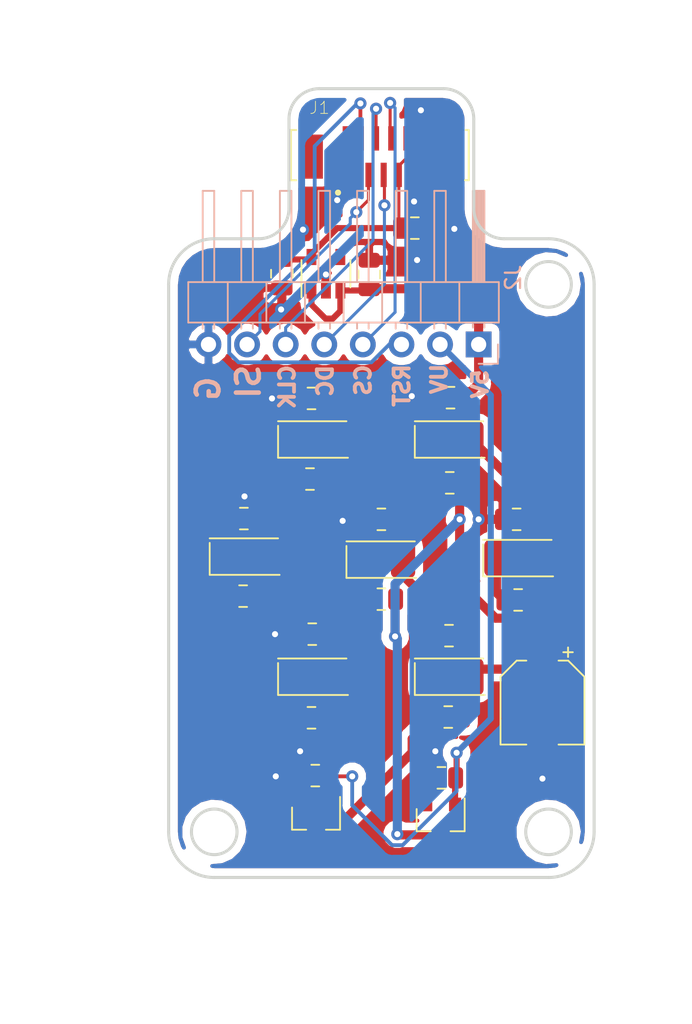
<source format=kicad_pcb>
(kicad_pcb (version 20171130) (host pcbnew "(5.0.0)")

  (general
    (thickness 1.6)
    (drawings 36)
    (tracks 216)
    (zones 0)
    (modules 32)
    (nets 21)
  )

  (page A4)
  (layers
    (0 F.Cu signal)
    (31 B.Cu signal)
    (32 B.Adhes user)
    (33 F.Adhes user)
    (34 B.Paste user)
    (35 F.Paste user)
    (36 B.SilkS user)
    (37 F.SilkS user)
    (38 B.Mask user)
    (39 F.Mask user)
    (40 Dwgs.User user)
    (41 Cmts.User user)
    (42 Eco1.User user)
    (43 Eco2.User user)
    (44 Edge.Cuts user)
    (45 Margin user)
    (46 B.CrtYd user)
    (47 F.CrtYd user)
    (48 B.Fab user)
    (49 F.Fab user)
  )

  (setup
    (last_trace_width 0.25)
    (user_trace_width 0.2)
    (user_trace_width 0.4)
    (user_trace_width 0.6)
    (user_trace_width 0.8)
    (trace_clearance 0.2)
    (zone_clearance 0.508)
    (zone_45_only no)
    (trace_min 0.2)
    (segment_width 0.15)
    (edge_width 0.15)
    (via_size 0.8)
    (via_drill 0.4)
    (via_min_size 0.4)
    (via_min_drill 0.3)
    (user_via 0.6 0.4)
    (uvia_size 0.3)
    (uvia_drill 0.1)
    (uvias_allowed no)
    (uvia_min_size 0.2)
    (uvia_min_drill 0.1)
    (pcb_text_width 0.3)
    (pcb_text_size 1.5 1.5)
    (mod_edge_width 0.15)
    (mod_text_size 1 1)
    (mod_text_width 0.15)
    (pad_size 1.524 1.524)
    (pad_drill 0.762)
    (pad_to_mask_clearance 0.2)
    (aux_axis_origin 0 0)
    (visible_elements 7FFFFFFF)
    (pcbplotparams
      (layerselection 0x010fc_ffffffff)
      (usegerberextensions false)
      (usegerberattributes false)
      (usegerberadvancedattributes false)
      (creategerberjobfile false)
      (excludeedgelayer true)
      (linewidth 0.100000)
      (plotframeref false)
      (viasonmask false)
      (mode 1)
      (useauxorigin false)
      (hpglpennumber 1)
      (hpglpenspeed 20)
      (hpglpendiameter 15.000000)
      (psnegative false)
      (psa4output false)
      (plotreference true)
      (plotvalue true)
      (plotinvisibletext false)
      (padsonsilk false)
      (subtractmaskfromsilk false)
      (outputformat 1)
      (mirror false)
      (drillshape 0)
      (scaleselection 1)
      (outputdirectory "gerbs/"))
  )

  (net 0 "")
  (net 1 GND)
  (net 2 +3V3)
  (net 3 "Net-(D1-Pad1)")
  (net 4 "Net-(D2-Pad1)")
  (net 5 "Net-(D3-Pad1)")
  (net 6 "Net-(D4-Pad1)")
  (net 7 "Net-(D5-Pad1)")
  (net 8 "Net-(D6-Pad1)")
  (net 9 "Net-(D7-Pad1)")
  (net 10 LEDC)
  (net 11 LEDA)
  (net 12 MOSI)
  (net 13 CLK)
  (net 14 DC)
  (net 15 CS)
  (net 16 +5V)
  (net 17 "Net-(Q1-Pad3)")
  (net 18 SW1)
  (net 19 "Net-(Q2-Pad3)")
  (net 20 RST)

  (net_class Default "This is the default net class."
    (clearance 0.2)
    (trace_width 0.25)
    (via_dia 0.8)
    (via_drill 0.4)
    (uvia_dia 0.3)
    (uvia_drill 0.1)
    (add_net +3V3)
    (add_net +5V)
    (add_net CLK)
    (add_net CS)
    (add_net DC)
    (add_net GND)
    (add_net LEDA)
    (add_net LEDC)
    (add_net MOSI)
    (add_net "Net-(D1-Pad1)")
    (add_net "Net-(D2-Pad1)")
    (add_net "Net-(D3-Pad1)")
    (add_net "Net-(D4-Pad1)")
    (add_net "Net-(D5-Pad1)")
    (add_net "Net-(D6-Pad1)")
    (add_net "Net-(D7-Pad1)")
    (add_net "Net-(Q1-Pad3)")
    (add_net "Net-(Q2-Pad3)")
    (add_net RST)
    (add_net SW1)
  )

  (module project_footprints:vlmu3100 (layer F.Cu) (tedit 5C13D719) (tstamp 5C38D02C)
    (at 116.3 75.7)
    (descr "LED SMD 1812 (4532 Metric), square (rectangular) end terminal, IPC_7351 nominal, (Body size source: https://www.nikhef.nl/pub/departments/mt/projects/detectorR_D/dtddice/ERJ2G.pdf), generated with kicad-footprint-generator")
    (tags diode)
    (path /5C1312FD)
    (attr smd)
    (fp_text reference D2 (at 0 -2.65) (layer F.SilkS) hide
      (effects (font (size 1 1) (thickness 0.15)))
    )
    (fp_text value uv_led (at 0 2.65) (layer F.Fab) hide
      (effects (font (size 1 1) (thickness 0.15)))
    )
    (fp_line (start 2.25 -1.2) (end -1.45 -1.2) (layer F.Fab) (width 0.1))
    (fp_line (start 2.6 -0.7) (end 1.8 -1.5) (layer F.Fab) (width 0.1))
    (fp_line (start -2.3 -0.9) (end -2.3 1.2) (layer F.Fab) (width 0.1))
    (fp_line (start -2.3 1.2) (end 2.2 1.2) (layer F.Fab) (width 0.1))
    (fp_line (start 2.3 1.2) (end 2.3 -1.1) (layer F.Fab) (width 0.1))
    (fp_line (start 2.2 -1.2) (end -2.3 -1.2) (layer F.SilkS) (width 0.12))
    (fp_line (start -2.3 -0.9) (end -2.3 1.2) (layer F.SilkS) (width 0.12))
    (fp_line (start -2.3 1.2) (end 2.3 1.2) (layer F.SilkS) (width 0.12))
    (fp_line (start -2.3 1.2) (end -2.3 -1.2) (layer F.CrtYd) (width 0.05))
    (fp_line (start -2.3 -1.2) (end 2.3 -1.2) (layer F.CrtYd) (width 0.05))
    (fp_line (start 2.3 -1.2) (end 2.3 1.2) (layer F.CrtYd) (width 0.05))
    (fp_line (start 2.3 1.2) (end -2.3 1.2) (layer F.CrtYd) (width 0.05))
    (fp_text user %R (at -0.620001 -0.020001) (layer F.Fab) hide
      (effects (font (size 1 1) (thickness 0.15)))
    )
    (pad 1 smd roundrect (at -1.425 0) (size 1.6 2.4) (layers F.Cu F.Paste F.Mask) (roundrect_rratio 0.222)
      (net 4 "Net-(D2-Pad1)"))
    (pad 2 smd roundrect (at 1.425 0) (size 1.6 2.4) (layers F.Cu F.Paste F.Mask) (roundrect_rratio 0.222)
      (net 16 +5V))
    (model ${KISYS3DMOD}/LED_SMD.3dshapes/LED_1812_4532Metric.wrl
      (at (xyz 0 0 0))
      (scale (xyz 1 1 1))
      (rotate (xyz 0 0 0))
    )
  )

  (module project_footprints:vlmu3100 (layer F.Cu) (tedit 5C13D70F) (tstamp 5C38D01A)
    (at 111.8 83.6)
    (descr "LED SMD 1812 (4532 Metric), square (rectangular) end terminal, IPC_7351 nominal, (Body size source: https://www.nikhef.nl/pub/departments/mt/projects/detectorR_D/dtddice/ERJ2G.pdf), generated with kicad-footprint-generator")
    (tags diode)
    (path /5C12FC13)
    (attr smd)
    (fp_text reference D1 (at 0 -2.65) (layer F.SilkS) hide
      (effects (font (size 1 1) (thickness 0.15)))
    )
    (fp_text value uv_led (at 0 2.65) (layer F.Fab) hide
      (effects (font (size 1 1) (thickness 0.15)))
    )
    (fp_text user %R (at -0.620001 -0.020001) (layer F.Fab) hide
      (effects (font (size 1 1) (thickness 0.15)))
    )
    (fp_line (start 2.3 1.2) (end -2.3 1.2) (layer F.CrtYd) (width 0.05))
    (fp_line (start 2.3 -1.2) (end 2.3 1.2) (layer F.CrtYd) (width 0.05))
    (fp_line (start -2.3 -1.2) (end 2.3 -1.2) (layer F.CrtYd) (width 0.05))
    (fp_line (start -2.3 1.2) (end -2.3 -1.2) (layer F.CrtYd) (width 0.05))
    (fp_line (start -2.3 1.2) (end 2.3 1.2) (layer F.SilkS) (width 0.12))
    (fp_line (start -2.3 -0.9) (end -2.3 1.2) (layer F.SilkS) (width 0.12))
    (fp_line (start 2.2 -1.2) (end -2.3 -1.2) (layer F.SilkS) (width 0.12))
    (fp_line (start 2.3 1.2) (end 2.3 -1.1) (layer F.Fab) (width 0.1))
    (fp_line (start -2.3 1.2) (end 2.2 1.2) (layer F.Fab) (width 0.1))
    (fp_line (start -2.3 -0.9) (end -2.3 1.2) (layer F.Fab) (width 0.1))
    (fp_line (start 2.6 -0.7) (end 1.8 -1.5) (layer F.Fab) (width 0.1))
    (fp_line (start 2.25 -1.2) (end -1.45 -1.2) (layer F.Fab) (width 0.1))
    (pad 2 smd roundrect (at 1.425 0) (size 1.6 2.4) (layers F.Cu F.Paste F.Mask) (roundrect_rratio 0.222)
      (net 16 +5V))
    (pad 1 smd roundrect (at -1.425 0) (size 1.6 2.4) (layers F.Cu F.Paste F.Mask) (roundrect_rratio 0.222)
      (net 3 "Net-(D1-Pad1)"))
    (model ${KISYS3DMOD}/LED_SMD.3dshapes/LED_1812_4532Metric.wrl
      (at (xyz 0 0 0))
      (scale (xyz 1 1 1))
      (rotate (xyz 0 0 0))
    )
  )

  (module project_footprints:vlmu3100 (layer F.Cu) (tedit 5C13D70D) (tstamp 5C38CFE4)
    (at 102.8 83.4)
    (descr "LED SMD 1812 (4532 Metric), square (rectangular) end terminal, IPC_7351 nominal, (Body size source: https://www.nikhef.nl/pub/departments/mt/projects/detectorR_D/dtddice/ERJ2G.pdf), generated with kicad-footprint-generator")
    (tags diode)
    (path /5C131697)
    (attr smd)
    (fp_text reference D6 (at 0 -2.65) (layer F.SilkS) hide
      (effects (font (size 1 1) (thickness 0.15)))
    )
    (fp_text value uv_led (at 0 2.65) (layer F.Fab) hide
      (effects (font (size 1 1) (thickness 0.15)))
    )
    (fp_line (start 2.25 -1.2) (end -1.45 -1.2) (layer F.Fab) (width 0.1))
    (fp_line (start 2.6 -0.7) (end 1.8 -1.5) (layer F.Fab) (width 0.1))
    (fp_line (start -2.3 -0.9) (end -2.3 1.2) (layer F.Fab) (width 0.1))
    (fp_line (start -2.3 1.2) (end 2.2 1.2) (layer F.Fab) (width 0.1))
    (fp_line (start 2.3 1.2) (end 2.3 -1.1) (layer F.Fab) (width 0.1))
    (fp_line (start 2.2 -1.2) (end -2.3 -1.2) (layer F.SilkS) (width 0.12))
    (fp_line (start -2.3 -0.9) (end -2.3 1.2) (layer F.SilkS) (width 0.12))
    (fp_line (start -2.3 1.2) (end 2.3 1.2) (layer F.SilkS) (width 0.12))
    (fp_line (start -2.3 1.2) (end -2.3 -1.2) (layer F.CrtYd) (width 0.05))
    (fp_line (start -2.3 -1.2) (end 2.3 -1.2) (layer F.CrtYd) (width 0.05))
    (fp_line (start 2.3 -1.2) (end 2.3 1.2) (layer F.CrtYd) (width 0.05))
    (fp_line (start 2.3 1.2) (end -2.3 1.2) (layer F.CrtYd) (width 0.05))
    (fp_text user %R (at -0.620001 -0.020001) (layer F.Fab) hide
      (effects (font (size 1 1) (thickness 0.15)))
    )
    (pad 1 smd roundrect (at -1.425 0) (size 1.6 2.4) (layers F.Cu F.Paste F.Mask) (roundrect_rratio 0.222)
      (net 8 "Net-(D6-Pad1)"))
    (pad 2 smd roundrect (at 1.425 0) (size 1.6 2.4) (layers F.Cu F.Paste F.Mask) (roundrect_rratio 0.222)
      (net 16 +5V))
    (model ${KISYS3DMOD}/LED_SMD.3dshapes/LED_1812_4532Metric.wrl
      (at (xyz 0 0 0))
      (scale (xyz 1 1 1))
      (rotate (xyz 0 0 0))
    )
  )

  (module project_footprints:vlmu3100 (layer F.Cu) (tedit 5C13D711) (tstamp 5C38CFD2)
    (at 107.3 91.3)
    (descr "LED SMD 1812 (4532 Metric), square (rectangular) end terminal, IPC_7351 nominal, (Body size source: https://www.nikhef.nl/pub/departments/mt/projects/detectorR_D/dtddice/ERJ2G.pdf), generated with kicad-footprint-generator")
    (tags diode)
    (path /5C13168A)
    (attr smd)
    (fp_text reference D5 (at 0 -2.65) (layer F.SilkS) hide
      (effects (font (size 1 1) (thickness 0.15)))
    )
    (fp_text value uv_led (at 0 2.65) (layer F.Fab) hide
      (effects (font (size 1 1) (thickness 0.15)))
    )
    (fp_text user %R (at -0.620001 -0.020001) (layer F.Fab) hide
      (effects (font (size 1 1) (thickness 0.15)))
    )
    (fp_line (start 2.3 1.2) (end -2.3 1.2) (layer F.CrtYd) (width 0.05))
    (fp_line (start 2.3 -1.2) (end 2.3 1.2) (layer F.CrtYd) (width 0.05))
    (fp_line (start -2.3 -1.2) (end 2.3 -1.2) (layer F.CrtYd) (width 0.05))
    (fp_line (start -2.3 1.2) (end -2.3 -1.2) (layer F.CrtYd) (width 0.05))
    (fp_line (start -2.3 1.2) (end 2.3 1.2) (layer F.SilkS) (width 0.12))
    (fp_line (start -2.3 -0.9) (end -2.3 1.2) (layer F.SilkS) (width 0.12))
    (fp_line (start 2.2 -1.2) (end -2.3 -1.2) (layer F.SilkS) (width 0.12))
    (fp_line (start 2.3 1.2) (end 2.3 -1.1) (layer F.Fab) (width 0.1))
    (fp_line (start -2.3 1.2) (end 2.2 1.2) (layer F.Fab) (width 0.1))
    (fp_line (start -2.3 -0.9) (end -2.3 1.2) (layer F.Fab) (width 0.1))
    (fp_line (start 2.6 -0.7) (end 1.8 -1.5) (layer F.Fab) (width 0.1))
    (fp_line (start 2.25 -1.2) (end -1.45 -1.2) (layer F.Fab) (width 0.1))
    (pad 2 smd roundrect (at 1.425 0) (size 1.6 2.4) (layers F.Cu F.Paste F.Mask) (roundrect_rratio 0.222)
      (net 16 +5V))
    (pad 1 smd roundrect (at -1.425 0) (size 1.6 2.4) (layers F.Cu F.Paste F.Mask) (roundrect_rratio 0.222)
      (net 7 "Net-(D5-Pad1)"))
    (model ${KISYS3DMOD}/LED_SMD.3dshapes/LED_1812_4532Metric.wrl
      (at (xyz 0 0 0))
      (scale (xyz 1 1 1))
      (rotate (xyz 0 0 0))
    )
  )

  (module project_footprints:vlmu3100 (layer F.Cu) (tedit 5C13D714) (tstamp 5C38CFC0)
    (at 116.3 91.3)
    (descr "LED SMD 1812 (4532 Metric), square (rectangular) end terminal, IPC_7351 nominal, (Body size source: https://www.nikhef.nl/pub/departments/mt/projects/detectorR_D/dtddice/ERJ2G.pdf), generated with kicad-footprint-generator")
    (tags diode)
    (path /5C1313B3)
    (attr smd)
    (fp_text reference D4 (at 0 -2.65) (layer F.SilkS) hide
      (effects (font (size 1 1) (thickness 0.15)))
    )
    (fp_text value uv_led (at 0 2.65) (layer F.Fab) hide
      (effects (font (size 1 1) (thickness 0.15)))
    )
    (fp_line (start 2.25 -1.2) (end -1.45 -1.2) (layer F.Fab) (width 0.1))
    (fp_line (start 2.6 -0.7) (end 1.8 -1.5) (layer F.Fab) (width 0.1))
    (fp_line (start -2.3 -0.9) (end -2.3 1.2) (layer F.Fab) (width 0.1))
    (fp_line (start -2.3 1.2) (end 2.2 1.2) (layer F.Fab) (width 0.1))
    (fp_line (start 2.3 1.2) (end 2.3 -1.1) (layer F.Fab) (width 0.1))
    (fp_line (start 2.2 -1.2) (end -2.3 -1.2) (layer F.SilkS) (width 0.12))
    (fp_line (start -2.3 -0.9) (end -2.3 1.2) (layer F.SilkS) (width 0.12))
    (fp_line (start -2.3 1.2) (end 2.3 1.2) (layer F.SilkS) (width 0.12))
    (fp_line (start -2.3 1.2) (end -2.3 -1.2) (layer F.CrtYd) (width 0.05))
    (fp_line (start -2.3 -1.2) (end 2.3 -1.2) (layer F.CrtYd) (width 0.05))
    (fp_line (start 2.3 -1.2) (end 2.3 1.2) (layer F.CrtYd) (width 0.05))
    (fp_line (start 2.3 1.2) (end -2.3 1.2) (layer F.CrtYd) (width 0.05))
    (fp_text user %R (at -0.620001 -0.020001) (layer F.Fab) hide
      (effects (font (size 1 1) (thickness 0.15)))
    )
    (pad 1 smd roundrect (at -1.425 0) (size 1.6 2.4) (layers F.Cu F.Paste F.Mask) (roundrect_rratio 0.222)
      (net 6 "Net-(D4-Pad1)"))
    (pad 2 smd roundrect (at 1.425 0) (size 1.6 2.4) (layers F.Cu F.Paste F.Mask) (roundrect_rratio 0.222)
      (net 16 +5V))
    (model ${KISYS3DMOD}/LED_SMD.3dshapes/LED_1812_4532Metric.wrl
      (at (xyz 0 0 0))
      (scale (xyz 1 1 1))
      (rotate (xyz 0 0 0))
    )
  )

  (module project_footprints:vlmu3100 (layer F.Cu) (tedit 5C13D716) (tstamp 5C38CFAE)
    (at 120.8 83.5)
    (descr "LED SMD 1812 (4532 Metric), square (rectangular) end terminal, IPC_7351 nominal, (Body size source: https://www.nikhef.nl/pub/departments/mt/projects/detectorR_D/dtddice/ERJ2G.pdf), generated with kicad-footprint-generator")
    (tags diode)
    (path /5C1313A6)
    (attr smd)
    (fp_text reference D3 (at 0 -2.65) (layer F.SilkS) hide
      (effects (font (size 1 1) (thickness 0.15)))
    )
    (fp_text value uv_led (at 0 2.65) (layer F.Fab) hide
      (effects (font (size 1 1) (thickness 0.15)))
    )
    (fp_text user %R (at -0.620001 -0.020001) (layer F.Fab) hide
      (effects (font (size 1 1) (thickness 0.15)))
    )
    (fp_line (start 2.3 1.2) (end -2.3 1.2) (layer F.CrtYd) (width 0.05))
    (fp_line (start 2.3 -1.2) (end 2.3 1.2) (layer F.CrtYd) (width 0.05))
    (fp_line (start -2.3 -1.2) (end 2.3 -1.2) (layer F.CrtYd) (width 0.05))
    (fp_line (start -2.3 1.2) (end -2.3 -1.2) (layer F.CrtYd) (width 0.05))
    (fp_line (start -2.3 1.2) (end 2.3 1.2) (layer F.SilkS) (width 0.12))
    (fp_line (start -2.3 -0.9) (end -2.3 1.2) (layer F.SilkS) (width 0.12))
    (fp_line (start 2.2 -1.2) (end -2.3 -1.2) (layer F.SilkS) (width 0.12))
    (fp_line (start 2.3 1.2) (end 2.3 -1.1) (layer F.Fab) (width 0.1))
    (fp_line (start -2.3 1.2) (end 2.2 1.2) (layer F.Fab) (width 0.1))
    (fp_line (start -2.3 -0.9) (end -2.3 1.2) (layer F.Fab) (width 0.1))
    (fp_line (start 2.6 -0.7) (end 1.8 -1.5) (layer F.Fab) (width 0.1))
    (fp_line (start 2.25 -1.2) (end -1.45 -1.2) (layer F.Fab) (width 0.1))
    (pad 2 smd roundrect (at 1.425 0) (size 1.6 2.4) (layers F.Cu F.Paste F.Mask) (roundrect_rratio 0.222)
      (net 16 +5V))
    (pad 1 smd roundrect (at -1.425 0) (size 1.6 2.4) (layers F.Cu F.Paste F.Mask) (roundrect_rratio 0.222)
      (net 5 "Net-(D3-Pad1)"))
    (model ${KISYS3DMOD}/LED_SMD.3dshapes/LED_1812_4532Metric.wrl
      (at (xyz 0 0 0))
      (scale (xyz 1 1 1))
      (rotate (xyz 0 0 0))
    )
  )

  (module project_footprints:vlmu3100 (layer F.Cu) (tedit 5C13D71B) (tstamp 5C2CCE8C)
    (at 107.3 75.7)
    (descr "LED SMD 1812 (4532 Metric), square (rectangular) end terminal, IPC_7351 nominal, (Body size source: https://www.nikhef.nl/pub/departments/mt/projects/detectorR_D/dtddice/ERJ2G.pdf), generated with kicad-footprint-generator")
    (tags diode)
    (path /5C1316A4)
    (attr smd)
    (fp_text reference D7 (at 0 -2.65) (layer F.SilkS) hide
      (effects (font (size 1 1) (thickness 0.15)))
    )
    (fp_text value uv_led (at 0 2.65) (layer F.Fab) hide
      (effects (font (size 1 1) (thickness 0.15)))
    )
    (fp_line (start 2.25 -1.2) (end -1.45 -1.2) (layer F.Fab) (width 0.1))
    (fp_line (start 2.6 -0.7) (end 1.8 -1.5) (layer F.Fab) (width 0.1))
    (fp_line (start -2.3 -0.9) (end -2.3 1.2) (layer F.Fab) (width 0.1))
    (fp_line (start -2.3 1.2) (end 2.2 1.2) (layer F.Fab) (width 0.1))
    (fp_line (start 2.3 1.2) (end 2.3 -1.1) (layer F.Fab) (width 0.1))
    (fp_line (start 2.2 -1.2) (end -2.3 -1.2) (layer F.SilkS) (width 0.12))
    (fp_line (start -2.3 -0.9) (end -2.3 1.2) (layer F.SilkS) (width 0.12))
    (fp_line (start -2.3 1.2) (end 2.3 1.2) (layer F.SilkS) (width 0.12))
    (fp_line (start -2.3 1.2) (end -2.3 -1.2) (layer F.CrtYd) (width 0.05))
    (fp_line (start -2.3 -1.2) (end 2.3 -1.2) (layer F.CrtYd) (width 0.05))
    (fp_line (start 2.3 -1.2) (end 2.3 1.2) (layer F.CrtYd) (width 0.05))
    (fp_line (start 2.3 1.2) (end -2.3 1.2) (layer F.CrtYd) (width 0.05))
    (fp_text user %R (at -0.620001 -0.020001) (layer F.Fab) hide
      (effects (font (size 1 1) (thickness 0.15)))
    )
    (pad 1 smd roundrect (at -1.425 0) (size 1.6 2.4) (layers F.Cu F.Paste F.Mask) (roundrect_rratio 0.222)
      (net 9 "Net-(D7-Pad1)"))
    (pad 2 smd roundrect (at 1.425 0) (size 1.6 2.4) (layers F.Cu F.Paste F.Mask) (roundrect_rratio 0.222)
      (net 16 +5V))
    (model ${KISYS3DMOD}/LED_SMD.3dshapes/LED_1812_4532Metric.wrl
      (at (xyz 0 0 0))
      (scale (xyz 1 1 1))
      (rotate (xyz 0 0 0))
    )
  )

  (module Capacitor_SMD:C_0805_2012Metric (layer F.Cu) (tedit 5C13D753) (tstamp 5C2CCE07)
    (at 114 61.8)
    (descr "Capacitor SMD 0805 (2012 Metric), square (rectangular) end terminal, IPC_7351 nominal, (Body size source: https://docs.google.com/spreadsheets/d/1BsfQQcO9C6DZCsRaXUlFlo91Tg2WpOkGARC1WS5S8t0/edit?usp=sharing), generated with kicad-footprint-generator")
    (tags capacitor)
    (path /5C14BD96)
    (attr smd)
    (fp_text reference C4 (at 0 -1.65) (layer F.SilkS) hide
      (effects (font (size 1 1) (thickness 0.15)))
    )
    (fp_text value 1uF (at 0 1.65) (layer F.Fab) hide
      (effects (font (size 1 1) (thickness 0.15)))
    )
    (fp_line (start -1 0.6) (end -1 -0.6) (layer F.Fab) (width 0.1))
    (fp_line (start -1 -0.6) (end 1 -0.6) (layer F.Fab) (width 0.1))
    (fp_line (start 1 -0.6) (end 1 0.6) (layer F.Fab) (width 0.1))
    (fp_line (start 1 0.6) (end -1 0.6) (layer F.Fab) (width 0.1))
    (fp_line (start -0.258578 -0.71) (end 0.258578 -0.71) (layer F.SilkS) (width 0.12))
    (fp_line (start -0.258578 0.71) (end 0.258578 0.71) (layer F.SilkS) (width 0.12))
    (fp_line (start -1.68 0.95) (end -1.68 -0.95) (layer F.CrtYd) (width 0.05))
    (fp_line (start -1.68 -0.95) (end 1.68 -0.95) (layer F.CrtYd) (width 0.05))
    (fp_line (start 1.68 -0.95) (end 1.68 0.95) (layer F.CrtYd) (width 0.05))
    (fp_line (start 1.68 0.95) (end -1.68 0.95) (layer F.CrtYd) (width 0.05))
    (fp_text user %R (at 0.05 0) (layer F.Fab)
      (effects (font (size 0.5 0.5) (thickness 0.08)))
    )
    (pad 1 smd roundrect (at -0.9375 0) (size 0.975 1.4) (layers F.Cu F.Paste F.Mask) (roundrect_rratio 0.25)
      (net 2 +3V3))
    (pad 2 smd roundrect (at 0.9375 0) (size 0.975 1.4) (layers F.Cu F.Paste F.Mask) (roundrect_rratio 0.25)
      (net 1 GND))
    (model ${KISYS3DMOD}/Capacitor_SMD.3dshapes/C_0805_2012Metric.wrl
      (at (xyz 0 0 0))
      (scale (xyz 1 1 1))
      (rotate (xyz 0 0 0))
    )
  )

  (module 1-1734742-2:TE_1-1734742-2 (layer F.Cu) (tedit 5C13DF87) (tstamp 5C2CCEB5)
    (at 111.7 57.1)
    (path /5C136464)
    (attr smd)
    (fp_text reference J1 (at -3.97156 -3.21088) (layer F.SilkS)
      (effects (font (size 0.800717 0.800717) (thickness 0.05)))
    )
    (fp_text value Conn_01x12 (at -3.31088 3.49294) (layer F.SilkS) hide
      (effects (font (size 0.800213 0.800213) (thickness 0.05)))
    )
    (fp_line (start -5.85 1.55) (end -5.85 -1.75) (layer Dwgs.User) (width 0.127))
    (fp_line (start -5.85 -1.75) (end 5.85 -1.75) (layer Dwgs.User) (width 0.127))
    (fp_line (start 5.85 -1.75) (end 5.85 1.55) (layer Dwgs.User) (width 0.127))
    (fp_line (start 5.85 1.55) (end -5.85 1.55) (layer Dwgs.User) (width 0.127))
    (fp_circle (center -2.754 2.365) (end -2.654 2.365) (layer F.SilkS) (width 0.2))
    (fp_line (start -5.5 -1.75) (end -5.85 -1.75) (layer F.SilkS) (width 0.127))
    (fp_line (start -5.85 -1.75) (end -5.85 1.55) (layer F.SilkS) (width 0.127))
    (fp_line (start -5.85 1.55) (end -5.5 1.55) (layer F.SilkS) (width 0.127))
    (fp_line (start 5.65 -1.75) (end 5.85 -1.75) (layer F.SilkS) (width 0.127))
    (fp_line (start 5.85 -1.75) (end 5.85 1.55) (layer F.SilkS) (width 0.127))
    (fp_line (start 5.85 1.55) (end 5.6 1.55) (layer F.SilkS) (width 0.127))
    (fp_line (start -3.2 1.8) (end -6.1 1.8) (layer Eco1.User) (width 0.05))
    (fp_line (start -6.1 1.8) (end -6.1 -2) (layer Eco1.User) (width 0.05))
    (fp_line (start -6.1 -2) (end -2.7 -2) (layer Eco1.User) (width 0.05))
    (fp_line (start -2.7 -2) (end -2.7 -2.25) (layer Eco1.User) (width 0.05))
    (fp_line (start -2.7 -2.25) (end 3.2 -2.25) (layer Eco1.User) (width 0.05))
    (fp_line (start 3.2 -2.25) (end 3.2 -2) (layer Eco1.User) (width 0.05))
    (fp_line (start 3.2 -2) (end 6.1 -2) (layer Eco1.User) (width 0.05))
    (fp_line (start 6.1 -2) (end 6.1 1.8) (layer Eco1.User) (width 0.05))
    (fp_line (start 6.1 1.8) (end 2.7 1.8) (layer Eco1.User) (width 0.05))
    (fp_line (start 2.7 1.8) (end 2.7 2.25) (layer Eco1.User) (width 0.05))
    (fp_line (start 2.7 2.25) (end -3.2 2.25) (layer Eco1.User) (width 0.05))
    (fp_line (start -3.2 2.25) (end -3.2 1.8) (layer Eco1.User) (width 0.05))
    (pad S1 smd rect (at -4.45 0) (size 1.4 2.9) (layers F.Cu F.Paste F.Mask))
    (pad S2 smd rect (at 4.45 0) (size 1.4 2.9) (layers F.Cu F.Paste F.Mask))
    (pad 1 smd rect (at -2.75 1.2) (size 0.4 1.6) (layers F.Cu F.Paste F.Mask)
      (net 1 GND))
    (pad 2 smd rect (at -2.25 -1.2) (size 0.4 1.6) (layers F.Cu F.Paste F.Mask)
      (net 10 LEDC))
    (pad 3 smd rect (at -1.75 1.2) (size 0.4 1.6) (layers F.Cu F.Paste F.Mask)
      (net 11 LEDA))
    (pad 4 smd rect (at -1.25 -1.2) (size 0.4 1.6) (layers F.Cu F.Paste F.Mask)
      (net 20 RST))
    (pad 5 smd rect (at -0.75 1.2) (size 0.4 1.6) (layers F.Cu F.Paste F.Mask)
      (net 12 MOSI))
    (pad 6 smd rect (at -0.25 -1.2) (size 0.4 1.6) (layers F.Cu F.Paste F.Mask)
      (net 13 CLK))
    (pad 7 smd rect (at 0.25 1.2) (size 0.4 1.6) (layers F.Cu F.Paste F.Mask)
      (net 14 DC))
    (pad 8 smd rect (at 0.75 -1.2) (size 0.4 1.6) (layers F.Cu F.Paste F.Mask)
      (net 15 CS))
    (pad 9 smd rect (at 1.25 1.2) (size 0.4 1.6) (layers F.Cu F.Paste F.Mask)
      (net 2 +3V3))
    (pad 10 smd rect (at 1.75 -1.2) (size 0.4 1.6) (layers F.Cu F.Paste F.Mask)
      (net 2 +3V3))
    (pad 11 smd rect (at 2.25 1.2) (size 0.4 1.6) (layers F.Cu F.Paste F.Mask)
      (net 1 GND))
    (pad 12 smd rect (at 2.75 -1.2) (size 0.4 1.6) (layers F.Cu F.Paste F.Mask)
      (net 1 GND))
  )

  (module Package_TO_SOT_SMD:SOT-23 (layer F.Cu) (tedit 5C13DA18) (tstamp 5C2CCEE0)
    (at 115.7 100.7 270)
    (descr "SOT-23, Standard")
    (tags SOT-23)
    (path /5C131FD7)
    (attr smd)
    (fp_text reference Q1 (at 0 -2.5 270) (layer F.SilkS) hide
      (effects (font (size 1 1) (thickness 0.15)))
    )
    (fp_text value 2N7002 (at 0 2.5 270) (layer F.Fab) hide
      (effects (font (size 1 1) (thickness 0.15)))
    )
    (fp_line (start 0.76 1.58) (end -0.7 1.58) (layer F.SilkS) (width 0.12))
    (fp_line (start 0.76 -1.58) (end -1.4 -1.58) (layer F.SilkS) (width 0.12))
    (fp_line (start -1.7 1.75) (end -1.7 -1.75) (layer F.CrtYd) (width 0.05))
    (fp_line (start 1.7 1.75) (end -1.7 1.75) (layer F.CrtYd) (width 0.05))
    (fp_line (start 1.7 -1.75) (end 1.7 1.75) (layer F.CrtYd) (width 0.05))
    (fp_line (start -1.7 -1.75) (end 1.7 -1.75) (layer F.CrtYd) (width 0.05))
    (fp_line (start 0.76 -1.58) (end 0.76 -0.65) (layer F.SilkS) (width 0.12))
    (fp_line (start 0.76 1.58) (end 0.76 0.65) (layer F.SilkS) (width 0.12))
    (fp_line (start -0.7 1.52) (end 0.7 1.52) (layer F.Fab) (width 0.1))
    (fp_line (start 0.7 -1.52) (end 0.7 1.52) (layer F.Fab) (width 0.1))
    (fp_line (start -0.7 -0.95) (end -0.15 -1.52) (layer F.Fab) (width 0.1))
    (fp_line (start -0.15 -1.52) (end 0.7 -1.52) (layer F.Fab) (width 0.1))
    (fp_line (start -0.7 -0.95) (end -0.7 1.5) (layer F.Fab) (width 0.1))
    (fp_text user %R (at -0.1 0.025) (layer F.Fab)
      (effects (font (size 0.5 0.5) (thickness 0.075)))
    )
    (pad 3 smd rect (at 1 0 270) (size 0.9 0.8) (layers F.Cu F.Paste F.Mask)
      (net 17 "Net-(Q1-Pad3)"))
    (pad 2 smd rect (at -1 0.95 270) (size 0.9 0.8) (layers F.Cu F.Paste F.Mask)
      (net 1 GND))
    (pad 1 smd rect (at -1 -0.95 270) (size 0.9 0.8) (layers F.Cu F.Paste F.Mask)
      (net 18 SW1))
    (model ${KISYS3DMOD}/Package_TO_SOT_SMD.3dshapes/SOT-23.wrl
      (at (xyz 0 0 0))
      (scale (xyz 1 1 1))
      (rotate (xyz 0 0 0))
    )
  )

  (module Package_TO_SOT_SMD:SOT-23 (layer F.Cu) (tedit 5C13DA1B) (tstamp 5C2CCEF5)
    (at 107.5 100.6 270)
    (descr "SOT-23, Standard")
    (tags SOT-23)
    (path /5C1325E6)
    (attr smd)
    (fp_text reference Q2 (at 0 -2.5 270) (layer F.SilkS) hide
      (effects (font (size 1 1) (thickness 0.15)))
    )
    (fp_text value 2N7002 (at 0 2.5 270) (layer F.Fab) hide
      (effects (font (size 1 1) (thickness 0.15)))
    )
    (fp_text user %R (at 0 0) (layer F.Fab)
      (effects (font (size 0.5 0.5) (thickness 0.075)))
    )
    (fp_line (start -0.7 -0.95) (end -0.7 1.5) (layer F.Fab) (width 0.1))
    (fp_line (start -0.15 -1.52) (end 0.7 -1.52) (layer F.Fab) (width 0.1))
    (fp_line (start -0.7 -0.95) (end -0.15 -1.52) (layer F.Fab) (width 0.1))
    (fp_line (start 0.7 -1.52) (end 0.7 1.52) (layer F.Fab) (width 0.1))
    (fp_line (start -0.7 1.52) (end 0.7 1.52) (layer F.Fab) (width 0.1))
    (fp_line (start 0.76 1.58) (end 0.76 0.65) (layer F.SilkS) (width 0.12))
    (fp_line (start 0.76 -1.58) (end 0.76 -0.65) (layer F.SilkS) (width 0.12))
    (fp_line (start -1.7 -1.75) (end 1.7 -1.75) (layer F.CrtYd) (width 0.05))
    (fp_line (start 1.7 -1.75) (end 1.7 1.75) (layer F.CrtYd) (width 0.05))
    (fp_line (start 1.7 1.75) (end -1.7 1.75) (layer F.CrtYd) (width 0.05))
    (fp_line (start -1.7 1.75) (end -1.7 -1.75) (layer F.CrtYd) (width 0.05))
    (fp_line (start 0.76 -1.58) (end -1.4 -1.58) (layer F.SilkS) (width 0.12))
    (fp_line (start 0.76 1.58) (end -0.7 1.58) (layer F.SilkS) (width 0.12))
    (pad 1 smd rect (at -1 -0.95 270) (size 0.9 0.8) (layers F.Cu F.Paste F.Mask)
      (net 18 SW1))
    (pad 2 smd rect (at -1 0.95 270) (size 0.9 0.8) (layers F.Cu F.Paste F.Mask)
      (net 1 GND))
    (pad 3 smd rect (at 1 0 270) (size 0.9 0.8) (layers F.Cu F.Paste F.Mask)
      (net 19 "Net-(Q2-Pad3)"))
    (model ${KISYS3DMOD}/Package_TO_SOT_SMD.3dshapes/SOT-23.wrl
      (at (xyz 0 0 0))
      (scale (xyz 1 1 1))
      (rotate (xyz 0 0 0))
    )
  )

  (module Resistor_SMD:R_0805_2012Metric (layer F.Cu) (tedit 5C13D4FE) (tstamp 5C2CD7C5)
    (at 111.8 86.2 180)
    (descr "Resistor SMD 0805 (2012 Metric), square (rectangular) end terminal, IPC_7351 nominal, (Body size source: https://docs.google.com/spreadsheets/d/1BsfQQcO9C6DZCsRaXUlFlo91Tg2WpOkGARC1WS5S8t0/edit?usp=sharing), generated with kicad-footprint-generator")
    (tags resistor)
    (path /5C12FD2C)
    (attr smd)
    (fp_text reference R1 (at 0 -1.65 180) (layer F.SilkS) hide
      (effects (font (size 1 1) (thickness 0.15)))
    )
    (fp_text value 200R (at 0 1.65 180) (layer F.Fab) hide
      (effects (font (size 1 1) (thickness 0.15)))
    )
    (fp_line (start -1 0.6) (end -1 -0.6) (layer F.Fab) (width 0.1))
    (fp_line (start -1 -0.6) (end 1 -0.6) (layer F.Fab) (width 0.1))
    (fp_line (start 1 -0.6) (end 1 0.6) (layer F.Fab) (width 0.1))
    (fp_line (start 1 0.6) (end -1 0.6) (layer F.Fab) (width 0.1))
    (fp_line (start -0.258578 -0.71) (end 0.258578 -0.71) (layer F.SilkS) (width 0.12))
    (fp_line (start -0.258578 0.71) (end 0.258578 0.71) (layer F.SilkS) (width 0.12))
    (fp_line (start -1.68 0.95) (end -1.68 -0.95) (layer F.CrtYd) (width 0.05))
    (fp_line (start -1.68 -0.95) (end 1.68 -0.95) (layer F.CrtYd) (width 0.05))
    (fp_line (start 1.68 -0.95) (end 1.68 0.95) (layer F.CrtYd) (width 0.05))
    (fp_line (start 1.68 0.95) (end -1.68 0.95) (layer F.CrtYd) (width 0.05))
    (fp_text user %R (at 0 0 180) (layer F.Fab) hide
      (effects (font (size 0.5 0.5) (thickness 0.08)))
    )
    (pad 1 smd roundrect (at -0.9375 0 180) (size 0.975 1.4) (layers F.Cu F.Paste F.Mask) (roundrect_rratio 0.25)
      (net 17 "Net-(Q1-Pad3)"))
    (pad 2 smd roundrect (at 0.9375 0 180) (size 0.975 1.4) (layers F.Cu F.Paste F.Mask) (roundrect_rratio 0.25)
      (net 3 "Net-(D1-Pad1)"))
    (model ${KISYS3DMOD}/Resistor_SMD.3dshapes/R_0805_2012Metric.wrl
      (at (xyz 0 0 0))
      (scale (xyz 1 1 1))
      (rotate (xyz 0 0 0))
    )
  )

  (module Resistor_SMD:R_0805_2012Metric (layer F.Cu) (tedit 5C13D741) (tstamp 5C2CCF17)
    (at 116.3 78.55 180)
    (descr "Resistor SMD 0805 (2012 Metric), square (rectangular) end terminal, IPC_7351 nominal, (Body size source: https://docs.google.com/spreadsheets/d/1BsfQQcO9C6DZCsRaXUlFlo91Tg2WpOkGARC1WS5S8t0/edit?usp=sharing), generated with kicad-footprint-generator")
    (tags resistor)
    (path /5C131303)
    (attr smd)
    (fp_text reference R2 (at 0 -1.65 180) (layer F.SilkS) hide
      (effects (font (size 1 1) (thickness 0.15)))
    )
    (fp_text value 200R (at 0 1.65 180) (layer F.Fab) hide
      (effects (font (size 1 1) (thickness 0.15)))
    )
    (fp_line (start -1 0.6) (end -1 -0.6) (layer F.Fab) (width 0.1))
    (fp_line (start -1 -0.6) (end 1 -0.6) (layer F.Fab) (width 0.1))
    (fp_line (start 1 -0.6) (end 1 0.6) (layer F.Fab) (width 0.1))
    (fp_line (start 1 0.6) (end -1 0.6) (layer F.Fab) (width 0.1))
    (fp_line (start -0.258578 -0.71) (end 0.258578 -0.71) (layer F.SilkS) (width 0.12))
    (fp_line (start -0.258578 0.71) (end 0.258578 0.71) (layer F.SilkS) (width 0.12))
    (fp_line (start -1.68 0.95) (end -1.68 -0.95) (layer F.CrtYd) (width 0.05))
    (fp_line (start -1.68 -0.95) (end 1.68 -0.95) (layer F.CrtYd) (width 0.05))
    (fp_line (start 1.68 -0.95) (end 1.68 0.95) (layer F.CrtYd) (width 0.05))
    (fp_line (start 1.68 0.95) (end -1.68 0.95) (layer F.CrtYd) (width 0.05))
    (fp_text user %R (at 0 0 180) (layer F.Fab) hide
      (effects (font (size 0.5 0.5) (thickness 0.08)))
    )
    (pad 1 smd roundrect (at -0.9375 0 180) (size 0.975 1.4) (layers F.Cu F.Paste F.Mask) (roundrect_rratio 0.25)
      (net 17 "Net-(Q1-Pad3)"))
    (pad 2 smd roundrect (at 0.9375 0 180) (size 0.975 1.4) (layers F.Cu F.Paste F.Mask) (roundrect_rratio 0.25)
      (net 4 "Net-(D2-Pad1)"))
    (model ${KISYS3DMOD}/Resistor_SMD.3dshapes/R_0805_2012Metric.wrl
      (at (xyz 0 0 0))
      (scale (xyz 1 1 1))
      (rotate (xyz 0 0 0))
    )
  )

  (module Resistor_SMD:R_0805_2012Metric (layer F.Cu) (tedit 5C13D772) (tstamp 5C2CCF28)
    (at 120.8 86.25 180)
    (descr "Resistor SMD 0805 (2012 Metric), square (rectangular) end terminal, IPC_7351 nominal, (Body size source: https://docs.google.com/spreadsheets/d/1BsfQQcO9C6DZCsRaXUlFlo91Tg2WpOkGARC1WS5S8t0/edit?usp=sharing), generated with kicad-footprint-generator")
    (tags resistor)
    (path /5C1313AC)
    (attr smd)
    (fp_text reference R3 (at 0 -1.65 180) (layer F.SilkS) hide
      (effects (font (size 1 1) (thickness 0.15)))
    )
    (fp_text value 200R (at 0 1.65 180) (layer F.Fab) hide
      (effects (font (size 1 1) (thickness 0.15)))
    )
    (fp_text user %R (at 0 0 180) (layer F.Fab)
      (effects (font (size 0.5 0.5) (thickness 0.08)))
    )
    (fp_line (start 1.68 0.95) (end -1.68 0.95) (layer F.CrtYd) (width 0.05))
    (fp_line (start 1.68 -0.95) (end 1.68 0.95) (layer F.CrtYd) (width 0.05))
    (fp_line (start -1.68 -0.95) (end 1.68 -0.95) (layer F.CrtYd) (width 0.05))
    (fp_line (start -1.68 0.95) (end -1.68 -0.95) (layer F.CrtYd) (width 0.05))
    (fp_line (start -0.258578 0.71) (end 0.258578 0.71) (layer F.SilkS) (width 0.12))
    (fp_line (start -0.258578 -0.71) (end 0.258578 -0.71) (layer F.SilkS) (width 0.12))
    (fp_line (start 1 0.6) (end -1 0.6) (layer F.Fab) (width 0.1))
    (fp_line (start 1 -0.6) (end 1 0.6) (layer F.Fab) (width 0.1))
    (fp_line (start -1 -0.6) (end 1 -0.6) (layer F.Fab) (width 0.1))
    (fp_line (start -1 0.6) (end -1 -0.6) (layer F.Fab) (width 0.1))
    (pad 2 smd roundrect (at 0.9375 0 180) (size 0.975 1.4) (layers F.Cu F.Paste F.Mask) (roundrect_rratio 0.25)
      (net 5 "Net-(D3-Pad1)"))
    (pad 1 smd roundrect (at -0.9375 0 180) (size 0.975 1.4) (layers F.Cu F.Paste F.Mask) (roundrect_rratio 0.25)
      (net 17 "Net-(Q1-Pad3)"))
    (model ${KISYS3DMOD}/Resistor_SMD.3dshapes/R_0805_2012Metric.wrl
      (at (xyz 0 0 0))
      (scale (xyz 1 1 1))
      (rotate (xyz 0 0 0))
    )
  )

  (module Resistor_SMD:R_0805_2012Metric (layer F.Cu) (tedit 5C13DA34) (tstamp 5C38D416)
    (at 116.2 93.95)
    (descr "Resistor SMD 0805 (2012 Metric), square (rectangular) end terminal, IPC_7351 nominal, (Body size source: https://docs.google.com/spreadsheets/d/1BsfQQcO9C6DZCsRaXUlFlo91Tg2WpOkGARC1WS5S8t0/edit?usp=sharing), generated with kicad-footprint-generator")
    (tags resistor)
    (path /5C1313B9)
    (attr smd)
    (fp_text reference R4 (at 0 -1.65) (layer F.SilkS) hide
      (effects (font (size 1 1) (thickness 0.15)))
    )
    (fp_text value 200R (at 0 1.65) (layer F.Fab) hide
      (effects (font (size 1 1) (thickness 0.15)))
    )
    (fp_line (start -1 0.6) (end -1 -0.6) (layer F.Fab) (width 0.1))
    (fp_line (start -1 -0.6) (end 1 -0.6) (layer F.Fab) (width 0.1))
    (fp_line (start 1 -0.6) (end 1 0.6) (layer F.Fab) (width 0.1))
    (fp_line (start 1 0.6) (end -1 0.6) (layer F.Fab) (width 0.1))
    (fp_line (start -0.258578 -0.71) (end 0.258578 -0.71) (layer F.SilkS) (width 0.12))
    (fp_line (start -0.258578 0.71) (end 0.258578 0.71) (layer F.SilkS) (width 0.12))
    (fp_line (start -1.68 0.95) (end -1.68 -0.95) (layer F.CrtYd) (width 0.05))
    (fp_line (start -1.68 -0.95) (end 1.68 -0.95) (layer F.CrtYd) (width 0.05))
    (fp_line (start 1.68 -0.95) (end 1.68 0.95) (layer F.CrtYd) (width 0.05))
    (fp_line (start 1.68 0.95) (end -1.68 0.95) (layer F.CrtYd) (width 0.05))
    (fp_text user %R (at 0 0) (layer F.Fab)
      (effects (font (size 0.5 0.5) (thickness 0.08)))
    )
    (pad 1 smd roundrect (at -0.9375 0) (size 0.975 1.4) (layers F.Cu F.Paste F.Mask) (roundrect_rratio 0.25)
      (net 19 "Net-(Q2-Pad3)"))
    (pad 2 smd roundrect (at 0.9375 0) (size 0.975 1.4) (layers F.Cu F.Paste F.Mask) (roundrect_rratio 0.25)
      (net 6 "Net-(D4-Pad1)"))
    (model ${KISYS3DMOD}/Resistor_SMD.3dshapes/R_0805_2012Metric.wrl
      (at (xyz 0 0 0))
      (scale (xyz 1 1 1))
      (rotate (xyz 0 0 0))
    )
  )

  (module Resistor_SMD:R_0805_2012Metric (layer F.Cu) (tedit 5C13D747) (tstamp 5C2CCF4A)
    (at 107.2 94)
    (descr "Resistor SMD 0805 (2012 Metric), square (rectangular) end terminal, IPC_7351 nominal, (Body size source: https://docs.google.com/spreadsheets/d/1BsfQQcO9C6DZCsRaXUlFlo91Tg2WpOkGARC1WS5S8t0/edit?usp=sharing), generated with kicad-footprint-generator")
    (tags resistor)
    (path /5C131690)
    (attr smd)
    (fp_text reference R5 (at 0 -1.65) (layer F.SilkS) hide
      (effects (font (size 1 1) (thickness 0.15)))
    )
    (fp_text value 200R (at 0 1.65) (layer F.Fab) hide
      (effects (font (size 1 1) (thickness 0.15)))
    )
    (fp_text user %R (at 0 0.1 180) (layer F.Fab)
      (effects (font (size 0.5 0.5) (thickness 0.08)))
    )
    (fp_line (start 1.68 0.95) (end -1.68 0.95) (layer F.CrtYd) (width 0.05))
    (fp_line (start 1.68 -0.95) (end 1.68 0.95) (layer F.CrtYd) (width 0.05))
    (fp_line (start -1.68 -0.95) (end 1.68 -0.95) (layer F.CrtYd) (width 0.05))
    (fp_line (start -1.68 0.95) (end -1.68 -0.95) (layer F.CrtYd) (width 0.05))
    (fp_line (start -0.258578 0.71) (end 0.258578 0.71) (layer F.SilkS) (width 0.12))
    (fp_line (start -0.258578 -0.71) (end 0.258578 -0.71) (layer F.SilkS) (width 0.12))
    (fp_line (start 1 0.6) (end -1 0.6) (layer F.Fab) (width 0.1))
    (fp_line (start 1 -0.6) (end 1 0.6) (layer F.Fab) (width 0.1))
    (fp_line (start -1 -0.6) (end 1 -0.6) (layer F.Fab) (width 0.1))
    (fp_line (start -1 0.6) (end -1 -0.6) (layer F.Fab) (width 0.1))
    (pad 2 smd roundrect (at 0.9375 0) (size 0.975 1.4) (layers F.Cu F.Paste F.Mask) (roundrect_rratio 0.25)
      (net 7 "Net-(D5-Pad1)"))
    (pad 1 smd roundrect (at -0.9375 0) (size 0.975 1.4) (layers F.Cu F.Paste F.Mask) (roundrect_rratio 0.25)
      (net 19 "Net-(Q2-Pad3)"))
    (model ${KISYS3DMOD}/Resistor_SMD.3dshapes/R_0805_2012Metric.wrl
      (at (xyz 0 0 0))
      (scale (xyz 1 1 1))
      (rotate (xyz 0 0 0))
    )
  )

  (module Resistor_SMD:R_0805_2012Metric (layer F.Cu) (tedit 5C13D6E5) (tstamp 5C2CCF5B)
    (at 102.7 86)
    (descr "Resistor SMD 0805 (2012 Metric), square (rectangular) end terminal, IPC_7351 nominal, (Body size source: https://docs.google.com/spreadsheets/d/1BsfQQcO9C6DZCsRaXUlFlo91Tg2WpOkGARC1WS5S8t0/edit?usp=sharing), generated with kicad-footprint-generator")
    (tags resistor)
    (path /5C13169D)
    (attr smd)
    (fp_text reference R6 (at 0 1.6) (layer F.SilkS) hide
      (effects (font (size 1 1) (thickness 0.15)))
    )
    (fp_text value 200R (at 0 1.65) (layer F.Fab) hide
      (effects (font (size 1 1) (thickness 0.15)))
    )
    (fp_line (start -1 0.6) (end -1 -0.6) (layer F.Fab) (width 0.1))
    (fp_line (start -1 -0.6) (end 1 -0.6) (layer F.Fab) (width 0.1))
    (fp_line (start 1 -0.6) (end 1 0.6) (layer F.Fab) (width 0.1))
    (fp_line (start 1 0.6) (end -1 0.6) (layer F.Fab) (width 0.1))
    (fp_line (start -0.258578 -0.71) (end 0.258578 -0.71) (layer F.SilkS) (width 0.12))
    (fp_line (start -0.258578 0.71) (end 0.258578 0.71) (layer F.SilkS) (width 0.12))
    (fp_line (start -1.68 0.95) (end -1.68 -0.95) (layer F.CrtYd) (width 0.05))
    (fp_line (start -1.68 -0.95) (end 1.68 -0.95) (layer F.CrtYd) (width 0.05))
    (fp_line (start 1.68 -0.95) (end 1.68 0.95) (layer F.CrtYd) (width 0.05))
    (fp_line (start 1.68 0.95) (end -1.68 0.95) (layer F.CrtYd) (width 0.05))
    (fp_text user %R (at 0 0 180) (layer F.Fab)
      (effects (font (size 0.5 0.5) (thickness 0.08)))
    )
    (pad 1 smd roundrect (at -0.9375 0) (size 0.975 1.4) (layers F.Cu F.Paste F.Mask) (roundrect_rratio 0.25)
      (net 19 "Net-(Q2-Pad3)"))
    (pad 2 smd roundrect (at 0.9375 0) (size 0.975 1.4) (layers F.Cu F.Paste F.Mask) (roundrect_rratio 0.25)
      (net 8 "Net-(D6-Pad1)"))
    (model ${KISYS3DMOD}/Resistor_SMD.3dshapes/R_0805_2012Metric.wrl
      (at (xyz 0 0 0))
      (scale (xyz 1 1 1))
      (rotate (xyz 0 0 0))
    )
  )

  (module Resistor_SMD:R_0805_2012Metric (layer F.Cu) (tedit 5C13D74E) (tstamp 5C2CCF6C)
    (at 107.1 78.3)
    (descr "Resistor SMD 0805 (2012 Metric), square (rectangular) end terminal, IPC_7351 nominal, (Body size source: https://docs.google.com/spreadsheets/d/1BsfQQcO9C6DZCsRaXUlFlo91Tg2WpOkGARC1WS5S8t0/edit?usp=sharing), generated with kicad-footprint-generator")
    (tags resistor)
    (path /5C1316AA)
    (attr smd)
    (fp_text reference R7 (at 0 -1.65) (layer F.SilkS) hide
      (effects (font (size 1 1) (thickness 0.15)))
    )
    (fp_text value 200R (at 0 1.65) (layer F.Fab) hide
      (effects (font (size 1 1) (thickness 0.15)))
    )
    (fp_text user %R (at 0 0) (layer F.Fab) hide
      (effects (font (size 0.5 0.5) (thickness 0.08)))
    )
    (fp_line (start 1.68 0.95) (end -1.68 0.95) (layer F.CrtYd) (width 0.05))
    (fp_line (start 1.68 -0.95) (end 1.68 0.95) (layer F.CrtYd) (width 0.05))
    (fp_line (start -1.68 -0.95) (end 1.68 -0.95) (layer F.CrtYd) (width 0.05))
    (fp_line (start -1.68 0.95) (end -1.68 -0.95) (layer F.CrtYd) (width 0.05))
    (fp_line (start -0.258578 0.71) (end 0.258578 0.71) (layer F.SilkS) (width 0.12))
    (fp_line (start -0.258578 -0.71) (end 0.258578 -0.71) (layer F.SilkS) (width 0.12))
    (fp_line (start 1 0.6) (end -1 0.6) (layer F.Fab) (width 0.1))
    (fp_line (start 1 -0.6) (end 1 0.6) (layer F.Fab) (width 0.1))
    (fp_line (start -1 -0.6) (end 1 -0.6) (layer F.Fab) (width 0.1))
    (fp_line (start -1 0.6) (end -1 -0.6) (layer F.Fab) (width 0.1))
    (pad 2 smd roundrect (at 0.9375 0) (size 0.975 1.4) (layers F.Cu F.Paste F.Mask) (roundrect_rratio 0.25)
      (net 9 "Net-(D7-Pad1)"))
    (pad 1 smd roundrect (at -0.9375 0) (size 0.975 1.4) (layers F.Cu F.Paste F.Mask) (roundrect_rratio 0.25)
      (net 19 "Net-(Q2-Pad3)"))
    (model ${KISYS3DMOD}/Resistor_SMD.3dshapes/R_0805_2012Metric.wrl
      (at (xyz 0 0 0))
      (scale (xyz 1 1 1))
      (rotate (xyz 0 0 0))
    )
  )

  (module Capacitor_SMD:CP_Elec_5x5.3 (layer F.Cu) (tedit 5C13DA41) (tstamp 5C44C3B2)
    (at 122.4 93 270)
    (descr "SMT capacitor, aluminium electrolytic, 5x5.3, Nichicon ")
    (tags "Capacitor Electrolytic")
    (path /5C145354)
    (attr smd)
    (fp_text reference C1 (at 0 -3.7 270) (layer F.SilkS) hide
      (effects (font (size 1 1) (thickness 0.15)))
    )
    (fp_text value 100uF (at 0 3.7 270) (layer F.Fab) hide
      (effects (font (size 1 1) (thickness 0.15)))
    )
    (fp_circle (center 0 0) (end 2.5 0) (layer F.Fab) (width 0.1))
    (fp_line (start 2.65 -2.65) (end 2.65 2.65) (layer F.Fab) (width 0.1))
    (fp_line (start -1.65 -2.65) (end 2.65 -2.65) (layer F.Fab) (width 0.1))
    (fp_line (start -1.65 2.65) (end 2.65 2.65) (layer F.Fab) (width 0.1))
    (fp_line (start -2.65 -1.65) (end -2.65 1.65) (layer F.Fab) (width 0.1))
    (fp_line (start -2.65 -1.65) (end -1.65 -2.65) (layer F.Fab) (width 0.1))
    (fp_line (start -2.65 1.65) (end -1.65 2.65) (layer F.Fab) (width 0.1))
    (fp_line (start -2.033956 -1.2) (end -1.533956 -1.2) (layer F.Fab) (width 0.1))
    (fp_line (start -1.783956 -1.45) (end -1.783956 -0.95) (layer F.Fab) (width 0.1))
    (fp_line (start 2.76 2.76) (end 2.76 1.06) (layer F.SilkS) (width 0.12))
    (fp_line (start 2.76 -2.76) (end 2.76 -1.06) (layer F.SilkS) (width 0.12))
    (fp_line (start -1.695563 -2.76) (end 2.76 -2.76) (layer F.SilkS) (width 0.12))
    (fp_line (start -1.695563 2.76) (end 2.76 2.76) (layer F.SilkS) (width 0.12))
    (fp_line (start -2.76 1.695563) (end -2.76 1.06) (layer F.SilkS) (width 0.12))
    (fp_line (start -2.76 -1.695563) (end -2.76 -1.06) (layer F.SilkS) (width 0.12))
    (fp_line (start -2.76 -1.695563) (end -1.695563 -2.76) (layer F.SilkS) (width 0.12))
    (fp_line (start -2.76 1.695563) (end -1.695563 2.76) (layer F.SilkS) (width 0.12))
    (fp_line (start -3.625 -1.685) (end -3 -1.685) (layer F.SilkS) (width 0.12))
    (fp_line (start -3.3125 -1.9975) (end -3.3125 -1.3725) (layer F.SilkS) (width 0.12))
    (fp_line (start 2.9 -2.9) (end 2.9 -1.05) (layer F.CrtYd) (width 0.05))
    (fp_line (start 2.9 -1.05) (end 3.95 -1.05) (layer F.CrtYd) (width 0.05))
    (fp_line (start 3.95 -1.05) (end 3.95 1.05) (layer F.CrtYd) (width 0.05))
    (fp_line (start 3.95 1.05) (end 2.9 1.05) (layer F.CrtYd) (width 0.05))
    (fp_line (start 2.9 1.05) (end 2.9 2.9) (layer F.CrtYd) (width 0.05))
    (fp_line (start -1.75 2.9) (end 2.9 2.9) (layer F.CrtYd) (width 0.05))
    (fp_line (start -1.75 -2.9) (end 2.9 -2.9) (layer F.CrtYd) (width 0.05))
    (fp_line (start -2.9 1.75) (end -1.75 2.9) (layer F.CrtYd) (width 0.05))
    (fp_line (start -2.9 -1.75) (end -1.75 -2.9) (layer F.CrtYd) (width 0.05))
    (fp_line (start -2.9 -1.75) (end -2.9 -1.05) (layer F.CrtYd) (width 0.05))
    (fp_line (start -2.9 1.05) (end -2.9 1.75) (layer F.CrtYd) (width 0.05))
    (fp_line (start -2.9 -1.05) (end -3.95 -1.05) (layer F.CrtYd) (width 0.05))
    (fp_line (start -3.95 -1.05) (end -3.95 1.05) (layer F.CrtYd) (width 0.05))
    (fp_line (start -3.95 1.05) (end -2.9 1.05) (layer F.CrtYd) (width 0.05))
    (fp_text user %R (at 0 0 270) (layer F.Fab)
      (effects (font (size 1 1) (thickness 0.15)))
    )
    (pad 1 smd rect (at -2.2 0 270) (size 3 1.6) (layers F.Cu F.Paste F.Mask)
      (net 16 +5V))
    (pad 2 smd rect (at 2.2 0 270) (size 3 1.6) (layers F.Cu F.Paste F.Mask)
      (net 1 GND))
    (model ${KISYS3DMOD}/Capacitor_SMD.3dshapes/CP_Elec_5x5.3.wrl
      (at (xyz 0 0 0))
      (scale (xyz 1 1 1))
      (rotate (xyz 0 0 0))
    )
  )

  (module Capacitor_SMD:C_0805_2012Metric (layer F.Cu) (tedit 5C13D841) (tstamp 5C44C3C3)
    (at 107.2 73 180)
    (descr "Capacitor SMD 0805 (2012 Metric), square (rectangular) end terminal, IPC_7351 nominal, (Body size source: https://docs.google.com/spreadsheets/d/1BsfQQcO9C6DZCsRaXUlFlo91Tg2WpOkGARC1WS5S8t0/edit?usp=sharing), generated with kicad-footprint-generator")
    (tags capacitor)
    (path /5C14F614)
    (attr smd)
    (fp_text reference C5 (at 0 -1.65 180) (layer F.SilkS) hide
      (effects (font (size 1 1) (thickness 0.15)))
    )
    (fp_text value 1uF (at 0 1.65 180) (layer F.Fab) hide
      (effects (font (size 1 1) (thickness 0.15)))
    )
    (fp_line (start -1 0.6) (end -1 -0.6) (layer F.Fab) (width 0.1))
    (fp_line (start -1 -0.6) (end 1 -0.6) (layer F.Fab) (width 0.1))
    (fp_line (start 1 -0.6) (end 1 0.6) (layer F.Fab) (width 0.1))
    (fp_line (start 1 0.6) (end -1 0.6) (layer F.Fab) (width 0.1))
    (fp_line (start -0.258578 -0.71) (end 0.258578 -0.71) (layer F.SilkS) (width 0.12))
    (fp_line (start -0.258578 0.71) (end 0.258578 0.71) (layer F.SilkS) (width 0.12))
    (fp_line (start -1.68 0.95) (end -1.68 -0.95) (layer F.CrtYd) (width 0.05))
    (fp_line (start -1.68 -0.95) (end 1.68 -0.95) (layer F.CrtYd) (width 0.05))
    (fp_line (start 1.68 -0.95) (end 1.68 0.95) (layer F.CrtYd) (width 0.05))
    (fp_line (start 1.68 0.95) (end -1.68 0.95) (layer F.CrtYd) (width 0.05))
    (fp_text user %R (at 0 0 180) (layer F.Fab)
      (effects (font (size 0.5 0.5) (thickness 0.08)))
    )
    (pad 1 smd roundrect (at -0.9375 0 180) (size 0.975 1.4) (layers F.Cu F.Paste F.Mask) (roundrect_rratio 0.25)
      (net 16 +5V))
    (pad 2 smd roundrect (at 0.9375 0 180) (size 0.975 1.4) (layers F.Cu F.Paste F.Mask) (roundrect_rratio 0.25)
      (net 1 GND))
    (model ${KISYS3DMOD}/Capacitor_SMD.3dshapes/C_0805_2012Metric.wrl
      (at (xyz 0 0 0))
      (scale (xyz 1 1 1))
      (rotate (xyz 0 0 0))
    )
  )

  (module Capacitor_SMD:C_0805_2012Metric (layer F.Cu) (tedit 5C13D89F) (tstamp 5C44C3D4)
    (at 116.25 88.6 180)
    (descr "Capacitor SMD 0805 (2012 Metric), square (rectangular) end terminal, IPC_7351 nominal, (Body size source: https://docs.google.com/spreadsheets/d/1BsfQQcO9C6DZCsRaXUlFlo91Tg2WpOkGARC1WS5S8t0/edit?usp=sharing), generated with kicad-footprint-generator")
    (tags capacitor)
    (path /5C150DBE)
    (attr smd)
    (fp_text reference C6 (at 0 -1.65 180) (layer F.SilkS) hide
      (effects (font (size 1 1) (thickness 0.15)))
    )
    (fp_text value 1uF (at 0 1.65 180) (layer F.Fab) hide
      (effects (font (size 1 1) (thickness 0.15)))
    )
    (fp_text user %R (at 0 0 180) (layer F.Fab) hide
      (effects (font (size 0.5 0.5) (thickness 0.08)))
    )
    (fp_line (start 1.68 0.95) (end -1.68 0.95) (layer F.CrtYd) (width 0.05))
    (fp_line (start 1.68 -0.95) (end 1.68 0.95) (layer F.CrtYd) (width 0.05))
    (fp_line (start -1.68 -0.95) (end 1.68 -0.95) (layer F.CrtYd) (width 0.05))
    (fp_line (start -1.68 0.95) (end -1.68 -0.95) (layer F.CrtYd) (width 0.05))
    (fp_line (start -0.258578 0.71) (end 0.258578 0.71) (layer F.SilkS) (width 0.12))
    (fp_line (start -0.258578 -0.71) (end 0.258578 -0.71) (layer F.SilkS) (width 0.12))
    (fp_line (start 1 0.6) (end -1 0.6) (layer F.Fab) (width 0.1))
    (fp_line (start 1 -0.6) (end 1 0.6) (layer F.Fab) (width 0.1))
    (fp_line (start -1 -0.6) (end 1 -0.6) (layer F.Fab) (width 0.1))
    (fp_line (start -1 0.6) (end -1 -0.6) (layer F.Fab) (width 0.1))
    (pad 2 smd roundrect (at 0.9375 0 180) (size 0.975 1.4) (layers F.Cu F.Paste F.Mask) (roundrect_rratio 0.25)
      (net 1 GND))
    (pad 1 smd roundrect (at -0.9375 0 180) (size 0.975 1.4) (layers F.Cu F.Paste F.Mask) (roundrect_rratio 0.25)
      (net 16 +5V))
    (model ${KISYS3DMOD}/Capacitor_SMD.3dshapes/C_0805_2012Metric.wrl
      (at (xyz 0 0 0))
      (scale (xyz 1 1 1))
      (rotate (xyz 0 0 0))
    )
  )

  (module Capacitor_SMD:C_0805_2012Metric (layer F.Cu) (tedit 5C13D863) (tstamp 5C44C3E5)
    (at 116.35 72.95 180)
    (descr "Capacitor SMD 0805 (2012 Metric), square (rectangular) end terminal, IPC_7351 nominal, (Body size source: https://docs.google.com/spreadsheets/d/1BsfQQcO9C6DZCsRaXUlFlo91Tg2WpOkGARC1WS5S8t0/edit?usp=sharing), generated with kicad-footprint-generator")
    (tags capacitor)
    (path /5C15260B)
    (attr smd)
    (fp_text reference C7 (at 0 -1.65 180) (layer F.SilkS) hide
      (effects (font (size 1 1) (thickness 0.15)))
    )
    (fp_text value 1uF (at 0 1.65 180) (layer F.Fab) hide
      (effects (font (size 1 1) (thickness 0.15)))
    )
    (fp_line (start -1 0.6) (end -1 -0.6) (layer F.Fab) (width 0.1))
    (fp_line (start -1 -0.6) (end 1 -0.6) (layer F.Fab) (width 0.1))
    (fp_line (start 1 -0.6) (end 1 0.6) (layer F.Fab) (width 0.1))
    (fp_line (start 1 0.6) (end -1 0.6) (layer F.Fab) (width 0.1))
    (fp_line (start -0.258578 -0.71) (end 0.258578 -0.71) (layer F.SilkS) (width 0.12))
    (fp_line (start -0.258578 0.71) (end 0.258578 0.71) (layer F.SilkS) (width 0.12))
    (fp_line (start -1.68 0.95) (end -1.68 -0.95) (layer F.CrtYd) (width 0.05))
    (fp_line (start -1.68 -0.95) (end 1.68 -0.95) (layer F.CrtYd) (width 0.05))
    (fp_line (start 1.68 -0.95) (end 1.68 0.95) (layer F.CrtYd) (width 0.05))
    (fp_line (start 1.68 0.95) (end -1.68 0.95) (layer F.CrtYd) (width 0.05))
    (fp_text user %R (at 0 0 180) (layer F.Fab)
      (effects (font (size 0.5 0.5) (thickness 0.08)))
    )
    (pad 1 smd roundrect (at -0.9375 0 180) (size 0.975 1.4) (layers F.Cu F.Paste F.Mask) (roundrect_rratio 0.25)
      (net 16 +5V))
    (pad 2 smd roundrect (at 0.9375 0 180) (size 0.975 1.4) (layers F.Cu F.Paste F.Mask) (roundrect_rratio 0.25)
      (net 1 GND))
    (model ${KISYS3DMOD}/Capacitor_SMD.3dshapes/C_0805_2012Metric.wrl
      (at (xyz 0 0 0))
      (scale (xyz 1 1 1))
      (rotate (xyz 0 0 0))
    )
  )

  (module Capacitor_SMD:C_0805_2012Metric (layer F.Cu) (tedit 5C13D89C) (tstamp 5C44C3F6)
    (at 107.25 88.5 180)
    (descr "Capacitor SMD 0805 (2012 Metric), square (rectangular) end terminal, IPC_7351 nominal, (Body size source: https://docs.google.com/spreadsheets/d/1BsfQQcO9C6DZCsRaXUlFlo91Tg2WpOkGARC1WS5S8t0/edit?usp=sharing), generated with kicad-footprint-generator")
    (tags capacitor)
    (path /5C152619)
    (attr smd)
    (fp_text reference C8 (at 0 -1.65 180) (layer F.SilkS) hide
      (effects (font (size 1 1) (thickness 0.15)))
    )
    (fp_text value 1uF (at 0 1.65 180) (layer F.Fab) hide
      (effects (font (size 1 1) (thickness 0.15)))
    )
    (fp_text user %R (at 0 0 180) (layer F.Fab)
      (effects (font (size 0.5 0.5) (thickness 0.08)))
    )
    (fp_line (start 1.68 0.95) (end -1.68 0.95) (layer F.CrtYd) (width 0.05))
    (fp_line (start 1.68 -0.95) (end 1.68 0.95) (layer F.CrtYd) (width 0.05))
    (fp_line (start -1.68 -0.95) (end 1.68 -0.95) (layer F.CrtYd) (width 0.05))
    (fp_line (start -1.68 0.95) (end -1.68 -0.95) (layer F.CrtYd) (width 0.05))
    (fp_line (start -0.258578 0.71) (end 0.258578 0.71) (layer F.SilkS) (width 0.12))
    (fp_line (start -0.258578 -0.71) (end 0.258578 -0.71) (layer F.SilkS) (width 0.12))
    (fp_line (start 1 0.6) (end -1 0.6) (layer F.Fab) (width 0.1))
    (fp_line (start 1 -0.6) (end 1 0.6) (layer F.Fab) (width 0.1))
    (fp_line (start -1 -0.6) (end 1 -0.6) (layer F.Fab) (width 0.1))
    (fp_line (start -1 0.6) (end -1 -0.6) (layer F.Fab) (width 0.1))
    (pad 2 smd roundrect (at 0.9375 0 180) (size 0.975 1.4) (layers F.Cu F.Paste F.Mask) (roundrect_rratio 0.25)
      (net 1 GND))
    (pad 1 smd roundrect (at -0.9375 0 180) (size 0.975 1.4) (layers F.Cu F.Paste F.Mask) (roundrect_rratio 0.25)
      (net 16 +5V))
    (model ${KISYS3DMOD}/Capacitor_SMD.3dshapes/C_0805_2012Metric.wrl
      (at (xyz 0 0 0))
      (scale (xyz 1 1 1))
      (rotate (xyz 0 0 0))
    )
  )

  (module Capacitor_SMD:C_0805_2012Metric (layer F.Cu) (tedit 5C13D87B) (tstamp 5C44C407)
    (at 120.7 80.95 180)
    (descr "Capacitor SMD 0805 (2012 Metric), square (rectangular) end terminal, IPC_7351 nominal, (Body size source: https://docs.google.com/spreadsheets/d/1BsfQQcO9C6DZCsRaXUlFlo91Tg2WpOkGARC1WS5S8t0/edit?usp=sharing), generated with kicad-footprint-generator")
    (tags capacitor)
    (path /5C15415E)
    (attr smd)
    (fp_text reference C9 (at 0 -1.65 180) (layer F.SilkS) hide
      (effects (font (size 1 1) (thickness 0.15)))
    )
    (fp_text value 1uF (at 0 1.65 180) (layer F.Fab) hide
      (effects (font (size 1 1) (thickness 0.15)))
    )
    (fp_line (start -1 0.6) (end -1 -0.6) (layer F.Fab) (width 0.1))
    (fp_line (start -1 -0.6) (end 1 -0.6) (layer F.Fab) (width 0.1))
    (fp_line (start 1 -0.6) (end 1 0.6) (layer F.Fab) (width 0.1))
    (fp_line (start 1 0.6) (end -1 0.6) (layer F.Fab) (width 0.1))
    (fp_line (start -0.258578 -0.71) (end 0.258578 -0.71) (layer F.SilkS) (width 0.12))
    (fp_line (start -0.258578 0.71) (end 0.258578 0.71) (layer F.SilkS) (width 0.12))
    (fp_line (start -1.68 0.95) (end -1.68 -0.95) (layer F.CrtYd) (width 0.05))
    (fp_line (start -1.68 -0.95) (end 1.68 -0.95) (layer F.CrtYd) (width 0.05))
    (fp_line (start 1.68 -0.95) (end 1.68 0.95) (layer F.CrtYd) (width 0.05))
    (fp_line (start 1.68 0.95) (end -1.68 0.95) (layer F.CrtYd) (width 0.05))
    (fp_text user %R (at -0.775001 0.674999 180) (layer F.Fab) hide
      (effects (font (size 0.5 0.5) (thickness 0.08)))
    )
    (pad 1 smd roundrect (at -0.9375 0 180) (size 0.975 1.4) (layers F.Cu F.Paste F.Mask) (roundrect_rratio 0.25)
      (net 16 +5V))
    (pad 2 smd roundrect (at 0.9375 0 180) (size 0.975 1.4) (layers F.Cu F.Paste F.Mask) (roundrect_rratio 0.25)
      (net 1 GND))
    (model ${KISYS3DMOD}/Capacitor_SMD.3dshapes/C_0805_2012Metric.wrl
      (at (xyz 0 0 0))
      (scale (xyz 1 1 1))
      (rotate (xyz 0 0 0))
    )
  )

  (module Capacitor_SMD:C_0805_2012Metric (layer F.Cu) (tedit 5C13D890) (tstamp 5C44C418)
    (at 102.75 80.9 180)
    (descr "Capacitor SMD 0805 (2012 Metric), square (rectangular) end terminal, IPC_7351 nominal, (Body size source: https://docs.google.com/spreadsheets/d/1BsfQQcO9C6DZCsRaXUlFlo91Tg2WpOkGARC1WS5S8t0/edit?usp=sharing), generated with kicad-footprint-generator")
    (tags capacitor)
    (path /5C15416C)
    (attr smd)
    (fp_text reference C10 (at 0 -1.65 180) (layer F.SilkS) hide
      (effects (font (size 1 1) (thickness 0.15)))
    )
    (fp_text value 1uF (at -8.155001 5.174999 180) (layer F.Fab) hide
      (effects (font (size 1 1) (thickness 0.15)))
    )
    (fp_text user %R (at 0 0 180) (layer F.Fab) hide
      (effects (font (size 0.5 0.5) (thickness 0.08)))
    )
    (fp_line (start 1.68 0.95) (end -1.68 0.95) (layer F.CrtYd) (width 0.05))
    (fp_line (start 1.68 -0.95) (end 1.68 0.95) (layer F.CrtYd) (width 0.05))
    (fp_line (start -1.68 -0.95) (end 1.68 -0.95) (layer F.CrtYd) (width 0.05))
    (fp_line (start -1.68 0.95) (end -1.68 -0.95) (layer F.CrtYd) (width 0.05))
    (fp_line (start -0.258578 0.71) (end 0.258578 0.71) (layer F.SilkS) (width 0.12))
    (fp_line (start -0.258578 -0.71) (end 0.258578 -0.71) (layer F.SilkS) (width 0.12))
    (fp_line (start 1 0.6) (end -1 0.6) (layer F.Fab) (width 0.1))
    (fp_line (start 1 -0.6) (end 1 0.6) (layer F.Fab) (width 0.1))
    (fp_line (start -1 -0.6) (end 1 -0.6) (layer F.Fab) (width 0.1))
    (fp_line (start -1 0.6) (end -1 -0.6) (layer F.Fab) (width 0.1))
    (pad 2 smd roundrect (at 0.9375 0 180) (size 0.975 1.4) (layers F.Cu F.Paste F.Mask) (roundrect_rratio 0.25)
      (net 1 GND))
    (pad 1 smd roundrect (at -0.9375 0 180) (size 0.975 1.4) (layers F.Cu F.Paste F.Mask) (roundrect_rratio 0.25)
      (net 16 +5V))
    (model ${KISYS3DMOD}/Capacitor_SMD.3dshapes/C_0805_2012Metric.wrl
      (at (xyz 0 0 0))
      (scale (xyz 1 1 1))
      (rotate (xyz 0 0 0))
    )
  )

  (module Capacitor_SMD:C_0805_2012Metric (layer F.Cu) (tedit 5C13D853) (tstamp 5C44C429)
    (at 111.8 80.95 180)
    (descr "Capacitor SMD 0805 (2012 Metric), square (rectangular) end terminal, IPC_7351 nominal, (Body size source: https://docs.google.com/spreadsheets/d/1BsfQQcO9C6DZCsRaXUlFlo91Tg2WpOkGARC1WS5S8t0/edit?usp=sharing), generated with kicad-footprint-generator")
    (tags capacitor)
    (path /5C15417A)
    (attr smd)
    (fp_text reference C11 (at 0 -1.65 180) (layer F.SilkS) hide
      (effects (font (size 1 1) (thickness 0.15)))
    )
    (fp_text value 1uF (at 0 1.65 180) (layer F.Fab) hide
      (effects (font (size 1 1) (thickness 0.15)))
    )
    (fp_line (start -1 0.6) (end -1 -0.6) (layer F.Fab) (width 0.1))
    (fp_line (start -1 -0.6) (end 1 -0.6) (layer F.Fab) (width 0.1))
    (fp_line (start 1 -0.6) (end 1 0.6) (layer F.Fab) (width 0.1))
    (fp_line (start 1 0.6) (end -1 0.6) (layer F.Fab) (width 0.1))
    (fp_line (start -0.258578 -0.71) (end 0.258578 -0.71) (layer F.SilkS) (width 0.12))
    (fp_line (start -0.258578 0.71) (end 0.258578 0.71) (layer F.SilkS) (width 0.12))
    (fp_line (start -1.68 0.95) (end -1.68 -0.95) (layer F.CrtYd) (width 0.05))
    (fp_line (start -1.68 -0.95) (end 1.68 -0.95) (layer F.CrtYd) (width 0.05))
    (fp_line (start 1.68 -0.95) (end 1.68 0.95) (layer F.CrtYd) (width 0.05))
    (fp_line (start 1.68 0.95) (end -1.68 0.95) (layer F.CrtYd) (width 0.05))
    (fp_text user %R (at 0 0 180) (layer F.Fab)
      (effects (font (size 0.5 0.5) (thickness 0.08)))
    )
    (pad 1 smd roundrect (at -0.9375 0 180) (size 0.975 1.4) (layers F.Cu F.Paste F.Mask) (roundrect_rratio 0.25)
      (net 16 +5V))
    (pad 2 smd roundrect (at 0.9375 0 180) (size 0.975 1.4) (layers F.Cu F.Paste F.Mask) (roundrect_rratio 0.25)
      (net 1 GND))
    (model ${KISYS3DMOD}/Capacitor_SMD.3dshapes/C_0805_2012Metric.wrl
      (at (xyz 0 0 0))
      (scale (xyz 1 1 1))
      (rotate (xyz 0 0 0))
    )
  )

  (module Connector_PinHeader_2.54mm:PinHeader_1x08_P2.54mm_Horizontal (layer B.Cu) (tedit 5C13DF89) (tstamp 5C44CE37)
    (at 118.2 69.45 90)
    (descr "Through hole angled pin header, 1x08, 2.54mm pitch, 6mm pin length, single row")
    (tags "Through hole angled pin header THT 1x08 2.54mm single row")
    (path /5C172DFA)
    (fp_text reference J2 (at 4.385 2.27 90) (layer B.SilkS)
      (effects (font (size 1 1) (thickness 0.15)) (justify mirror))
    )
    (fp_text value Conn_01x08 (at 4.385 -20.05 90) (layer B.Fab) hide
      (effects (font (size 1 1) (thickness 0.15)) (justify mirror))
    )
    (fp_line (start 2.135 1.27) (end 4.04 1.27) (layer B.Fab) (width 0.1))
    (fp_line (start 4.04 1.27) (end 4.04 -19.05) (layer B.Fab) (width 0.1))
    (fp_line (start 4.04 -19.05) (end 1.5 -19.05) (layer B.Fab) (width 0.1))
    (fp_line (start 1.5 -19.05) (end 1.5 0.635) (layer B.Fab) (width 0.1))
    (fp_line (start 1.5 0.635) (end 2.135 1.27) (layer B.Fab) (width 0.1))
    (fp_line (start -0.32 0.32) (end 1.5 0.32) (layer B.Fab) (width 0.1))
    (fp_line (start -0.32 0.32) (end -0.32 -0.32) (layer B.Fab) (width 0.1))
    (fp_line (start -0.32 -0.32) (end 1.5 -0.32) (layer B.Fab) (width 0.1))
    (fp_line (start 4.04 0.32) (end 10.04 0.32) (layer B.Fab) (width 0.1))
    (fp_line (start 10.04 0.32) (end 10.04 -0.32) (layer B.Fab) (width 0.1))
    (fp_line (start 4.04 -0.32) (end 10.04 -0.32) (layer B.Fab) (width 0.1))
    (fp_line (start -0.32 -2.22) (end 1.5 -2.22) (layer B.Fab) (width 0.1))
    (fp_line (start -0.32 -2.22) (end -0.32 -2.86) (layer B.Fab) (width 0.1))
    (fp_line (start -0.32 -2.86) (end 1.5 -2.86) (layer B.Fab) (width 0.1))
    (fp_line (start 4.04 -2.22) (end 10.04 -2.22) (layer B.Fab) (width 0.1))
    (fp_line (start 10.04 -2.22) (end 10.04 -2.86) (layer B.Fab) (width 0.1))
    (fp_line (start 4.04 -2.86) (end 10.04 -2.86) (layer B.Fab) (width 0.1))
    (fp_line (start -0.32 -4.76) (end 1.5 -4.76) (layer B.Fab) (width 0.1))
    (fp_line (start -0.32 -4.76) (end -0.32 -5.4) (layer B.Fab) (width 0.1))
    (fp_line (start -0.32 -5.4) (end 1.5 -5.4) (layer B.Fab) (width 0.1))
    (fp_line (start 4.04 -4.76) (end 10.04 -4.76) (layer B.Fab) (width 0.1))
    (fp_line (start 10.04 -4.76) (end 10.04 -5.4) (layer B.Fab) (width 0.1))
    (fp_line (start 4.04 -5.4) (end 10.04 -5.4) (layer B.Fab) (width 0.1))
    (fp_line (start -0.32 -7.3) (end 1.5 -7.3) (layer B.Fab) (width 0.1))
    (fp_line (start -0.32 -7.3) (end -0.32 -7.94) (layer B.Fab) (width 0.1))
    (fp_line (start -0.32 -7.94) (end 1.5 -7.94) (layer B.Fab) (width 0.1))
    (fp_line (start 4.04 -7.3) (end 10.04 -7.3) (layer B.Fab) (width 0.1))
    (fp_line (start 10.04 -7.3) (end 10.04 -7.94) (layer B.Fab) (width 0.1))
    (fp_line (start 4.04 -7.94) (end 10.04 -7.94) (layer B.Fab) (width 0.1))
    (fp_line (start -0.32 -9.84) (end 1.5 -9.84) (layer B.Fab) (width 0.1))
    (fp_line (start -0.32 -9.84) (end -0.32 -10.48) (layer B.Fab) (width 0.1))
    (fp_line (start -0.32 -10.48) (end 1.5 -10.48) (layer B.Fab) (width 0.1))
    (fp_line (start 4.04 -9.84) (end 10.04 -9.84) (layer B.Fab) (width 0.1))
    (fp_line (start 10.04 -9.84) (end 10.04 -10.48) (layer B.Fab) (width 0.1))
    (fp_line (start 4.04 -10.48) (end 10.04 -10.48) (layer B.Fab) (width 0.1))
    (fp_line (start -0.32 -12.38) (end 1.5 -12.38) (layer B.Fab) (width 0.1))
    (fp_line (start -0.32 -12.38) (end -0.32 -13.02) (layer B.Fab) (width 0.1))
    (fp_line (start -0.32 -13.02) (end 1.5 -13.02) (layer B.Fab) (width 0.1))
    (fp_line (start 4.04 -12.38) (end 10.04 -12.38) (layer B.Fab) (width 0.1))
    (fp_line (start 10.04 -12.38) (end 10.04 -13.02) (layer B.Fab) (width 0.1))
    (fp_line (start 4.04 -13.02) (end 10.04 -13.02) (layer B.Fab) (width 0.1))
    (fp_line (start -0.32 -14.92) (end 1.5 -14.92) (layer B.Fab) (width 0.1))
    (fp_line (start -0.32 -14.92) (end -0.32 -15.56) (layer B.Fab) (width 0.1))
    (fp_line (start -0.32 -15.56) (end 1.5 -15.56) (layer B.Fab) (width 0.1))
    (fp_line (start 4.04 -14.92) (end 10.04 -14.92) (layer B.Fab) (width 0.1))
    (fp_line (start 10.04 -14.92) (end 10.04 -15.56) (layer B.Fab) (width 0.1))
    (fp_line (start 4.04 -15.56) (end 10.04 -15.56) (layer B.Fab) (width 0.1))
    (fp_line (start -0.32 -17.46) (end 1.5 -17.46) (layer B.Fab) (width 0.1))
    (fp_line (start -0.32 -17.46) (end -0.32 -18.1) (layer B.Fab) (width 0.1))
    (fp_line (start -0.32 -18.1) (end 1.5 -18.1) (layer B.Fab) (width 0.1))
    (fp_line (start 4.04 -17.46) (end 10.04 -17.46) (layer B.Fab) (width 0.1))
    (fp_line (start 10.04 -17.46) (end 10.04 -18.1) (layer B.Fab) (width 0.1))
    (fp_line (start 4.04 -18.1) (end 10.04 -18.1) (layer B.Fab) (width 0.1))
    (fp_line (start 1.44 1.33) (end 1.44 -19.11) (layer B.SilkS) (width 0.12))
    (fp_line (start 1.44 -19.11) (end 4.1 -19.11) (layer B.SilkS) (width 0.12))
    (fp_line (start 4.1 -19.11) (end 4.1 1.33) (layer B.SilkS) (width 0.12))
    (fp_line (start 4.1 1.33) (end 1.44 1.33) (layer B.SilkS) (width 0.12))
    (fp_line (start 4.1 0.38) (end 10.1 0.38) (layer B.SilkS) (width 0.12))
    (fp_line (start 10.1 0.38) (end 10.1 -0.38) (layer B.SilkS) (width 0.12))
    (fp_line (start 10.1 -0.38) (end 4.1 -0.38) (layer B.SilkS) (width 0.12))
    (fp_line (start 4.1 0.32) (end 10.1 0.32) (layer B.SilkS) (width 0.12))
    (fp_line (start 4.1 0.2) (end 10.1 0.2) (layer B.SilkS) (width 0.12))
    (fp_line (start 4.1 0.08) (end 10.1 0.08) (layer B.SilkS) (width 0.12))
    (fp_line (start 4.1 -0.04) (end 10.1 -0.04) (layer B.SilkS) (width 0.12))
    (fp_line (start 4.1 -0.16) (end 10.1 -0.16) (layer B.SilkS) (width 0.12))
    (fp_line (start 4.1 -0.28) (end 10.1 -0.28) (layer B.SilkS) (width 0.12))
    (fp_line (start 1.11 0.38) (end 1.44 0.38) (layer B.SilkS) (width 0.12))
    (fp_line (start 1.11 -0.38) (end 1.44 -0.38) (layer B.SilkS) (width 0.12))
    (fp_line (start 1.44 -1.27) (end 4.1 -1.27) (layer B.SilkS) (width 0.12))
    (fp_line (start 4.1 -2.16) (end 10.1 -2.16) (layer B.SilkS) (width 0.12))
    (fp_line (start 10.1 -2.16) (end 10.1 -2.92) (layer B.SilkS) (width 0.12))
    (fp_line (start 10.1 -2.92) (end 4.1 -2.92) (layer B.SilkS) (width 0.12))
    (fp_line (start 1.042929 -2.16) (end 1.44 -2.16) (layer B.SilkS) (width 0.12))
    (fp_line (start 1.042929 -2.92) (end 1.44 -2.92) (layer B.SilkS) (width 0.12))
    (fp_line (start 1.44 -3.81) (end 4.1 -3.81) (layer B.SilkS) (width 0.12))
    (fp_line (start 4.1 -4.7) (end 10.1 -4.7) (layer B.SilkS) (width 0.12))
    (fp_line (start 10.1 -4.7) (end 10.1 -5.46) (layer B.SilkS) (width 0.12))
    (fp_line (start 10.1 -5.46) (end 4.1 -5.46) (layer B.SilkS) (width 0.12))
    (fp_line (start 1.042929 -4.7) (end 1.44 -4.7) (layer B.SilkS) (width 0.12))
    (fp_line (start 1.042929 -5.46) (end 1.44 -5.46) (layer B.SilkS) (width 0.12))
    (fp_line (start 1.44 -6.35) (end 4.1 -6.35) (layer B.SilkS) (width 0.12))
    (fp_line (start 4.1 -7.24) (end 10.1 -7.24) (layer B.SilkS) (width 0.12))
    (fp_line (start 10.1 -7.24) (end 10.1 -8) (layer B.SilkS) (width 0.12))
    (fp_line (start 10.1 -8) (end 4.1 -8) (layer B.SilkS) (width 0.12))
    (fp_line (start 1.042929 -7.24) (end 1.44 -7.24) (layer B.SilkS) (width 0.12))
    (fp_line (start 1.042929 -8) (end 1.44 -8) (layer B.SilkS) (width 0.12))
    (fp_line (start 1.44 -8.89) (end 4.1 -8.89) (layer B.SilkS) (width 0.12))
    (fp_line (start 4.1 -9.78) (end 10.1 -9.78) (layer B.SilkS) (width 0.12))
    (fp_line (start 10.1 -9.78) (end 10.1 -10.54) (layer B.SilkS) (width 0.12))
    (fp_line (start 10.1 -10.54) (end 4.1 -10.54) (layer B.SilkS) (width 0.12))
    (fp_line (start 1.042929 -9.78) (end 1.44 -9.78) (layer B.SilkS) (width 0.12))
    (fp_line (start 1.042929 -10.54) (end 1.44 -10.54) (layer B.SilkS) (width 0.12))
    (fp_line (start 1.44 -11.43) (end 4.1 -11.43) (layer B.SilkS) (width 0.12))
    (fp_line (start 4.1 -12.32) (end 10.1 -12.32) (layer B.SilkS) (width 0.12))
    (fp_line (start 10.1 -12.32) (end 10.1 -13.08) (layer B.SilkS) (width 0.12))
    (fp_line (start 10.1 -13.08) (end 4.1 -13.08) (layer B.SilkS) (width 0.12))
    (fp_line (start 1.042929 -12.32) (end 1.44 -12.32) (layer B.SilkS) (width 0.12))
    (fp_line (start 1.042929 -13.08) (end 1.44 -13.08) (layer B.SilkS) (width 0.12))
    (fp_line (start 1.44 -13.97) (end 4.1 -13.97) (layer B.SilkS) (width 0.12))
    (fp_line (start 4.1 -14.86) (end 10.1 -14.86) (layer B.SilkS) (width 0.12))
    (fp_line (start 10.1 -14.86) (end 10.1 -15.62) (layer B.SilkS) (width 0.12))
    (fp_line (start 10.1 -15.62) (end 4.1 -15.62) (layer B.SilkS) (width 0.12))
    (fp_line (start 1.042929 -14.86) (end 1.44 -14.86) (layer B.SilkS) (width 0.12))
    (fp_line (start 1.042929 -15.62) (end 1.44 -15.62) (layer B.SilkS) (width 0.12))
    (fp_line (start 1.44 -16.51) (end 4.1 -16.51) (layer B.SilkS) (width 0.12))
    (fp_line (start 4.1 -17.4) (end 10.1 -17.4) (layer B.SilkS) (width 0.12))
    (fp_line (start 10.1 -17.4) (end 10.1 -18.16) (layer B.SilkS) (width 0.12))
    (fp_line (start 10.1 -18.16) (end 4.1 -18.16) (layer B.SilkS) (width 0.12))
    (fp_line (start 1.042929 -17.4) (end 1.44 -17.4) (layer B.SilkS) (width 0.12))
    (fp_line (start 1.042929 -18.16) (end 1.44 -18.16) (layer B.SilkS) (width 0.12))
    (fp_line (start -1.27 0) (end -1.27 1.27) (layer B.SilkS) (width 0.12))
    (fp_line (start -1.27 1.27) (end 0 1.27) (layer B.SilkS) (width 0.12))
    (fp_line (start -1.8 1.8) (end -1.8 -19.55) (layer B.CrtYd) (width 0.05))
    (fp_line (start -1.8 -19.55) (end 10.55 -19.55) (layer B.CrtYd) (width 0.05))
    (fp_line (start 10.55 -19.55) (end 10.55 1.8) (layer B.CrtYd) (width 0.05))
    (fp_line (start 10.55 1.8) (end -1.8 1.8) (layer B.CrtYd) (width 0.05))
    (fp_text user %R (at 2.77 -8.89) (layer B.Fab)
      (effects (font (size 1 1) (thickness 0.15)) (justify mirror))
    )
    (pad 1 thru_hole rect (at 0 0 90) (size 1.7 1.7) (drill 1) (layers *.Cu *.Mask)
      (net 16 +5V))
    (pad 2 thru_hole oval (at 0 -2.54 90) (size 1.7 1.7) (drill 1) (layers *.Cu *.Mask)
      (net 18 SW1))
    (pad 3 thru_hole oval (at 0 -5.08 90) (size 1.7 1.7) (drill 1) (layers *.Cu *.Mask)
      (net 20 RST))
    (pad 4 thru_hole oval (at 0 -7.62 90) (size 1.7 1.7) (drill 1) (layers *.Cu *.Mask)
      (net 15 CS))
    (pad 5 thru_hole oval (at 0 -10.16 90) (size 1.7 1.7) (drill 1) (layers *.Cu *.Mask)
      (net 14 DC))
    (pad 6 thru_hole oval (at 0 -12.7 90) (size 1.7 1.7) (drill 1) (layers *.Cu *.Mask)
      (net 13 CLK))
    (pad 7 thru_hole oval (at 0 -15.24 90) (size 1.7 1.7) (drill 1) (layers *.Cu *.Mask)
      (net 12 MOSI))
    (pad 8 thru_hole oval (at 0 -17.78 90) (size 1.7 1.7) (drill 1) (layers *.Cu *.Mask)
      (net 1 GND))
    (model ${KISYS3DMOD}/Connector_PinHeader_2.54mm.3dshapes/PinHeader_1x08_P2.54mm_Horizontal.wrl
      (at (xyz 0 0 0))
      (scale (xyz 1 1 1))
      (rotate (xyz 0 0 0))
    )
  )

  (module Resistor_SMD:R_0805_2012Metric (layer F.Cu) (tedit 5C13DA08) (tstamp 5C44CE48)
    (at 115.75 97.95)
    (descr "Resistor SMD 0805 (2012 Metric), square (rectangular) end terminal, IPC_7351 nominal, (Body size source: https://docs.google.com/spreadsheets/d/1BsfQQcO9C6DZCsRaXUlFlo91Tg2WpOkGARC1WS5S8t0/edit?usp=sharing), generated with kicad-footprint-generator")
    (tags resistor)
    (path /5C169F3F)
    (attr smd)
    (fp_text reference R8 (at 0 -1.65) (layer F.SilkS) hide
      (effects (font (size 1 1) (thickness 0.15)))
    )
    (fp_text value 10k (at 0 1.65) (layer F.Fab) hide
      (effects (font (size 1 1) (thickness 0.15)))
    )
    (fp_line (start -1 0.6) (end -1 -0.6) (layer F.Fab) (width 0.1))
    (fp_line (start -1 -0.6) (end 1 -0.6) (layer F.Fab) (width 0.1))
    (fp_line (start 1 -0.6) (end 1 0.6) (layer F.Fab) (width 0.1))
    (fp_line (start 1 0.6) (end -1 0.6) (layer F.Fab) (width 0.1))
    (fp_line (start -0.258578 -0.71) (end 0.258578 -0.71) (layer F.SilkS) (width 0.12))
    (fp_line (start -0.258578 0.71) (end 0.258578 0.71) (layer F.SilkS) (width 0.12))
    (fp_line (start -1.68 0.95) (end -1.68 -0.95) (layer F.CrtYd) (width 0.05))
    (fp_line (start -1.68 -0.95) (end 1.68 -0.95) (layer F.CrtYd) (width 0.05))
    (fp_line (start 1.68 -0.95) (end 1.68 0.95) (layer F.CrtYd) (width 0.05))
    (fp_line (start 1.68 0.95) (end -1.68 0.95) (layer F.CrtYd) (width 0.05))
    (fp_text user %R (at 0 0) (layer F.Fab)
      (effects (font (size 0.5 0.5) (thickness 0.08)))
    )
    (pad 1 smd roundrect (at -0.9375 0) (size 0.975 1.4) (layers F.Cu F.Paste F.Mask) (roundrect_rratio 0.25)
      (net 1 GND))
    (pad 2 smd roundrect (at 0.9375 0) (size 0.975 1.4) (layers F.Cu F.Paste F.Mask) (roundrect_rratio 0.25)
      (net 18 SW1))
    (model ${KISYS3DMOD}/Resistor_SMD.3dshapes/R_0805_2012Metric.wrl
      (at (xyz 0 0 0))
      (scale (xyz 1 1 1))
      (rotate (xyz 0 0 0))
    )
  )

  (module Resistor_SMD:R_0805_2012Metric (layer F.Cu) (tedit 5C13DA0C) (tstamp 5C44CE59)
    (at 107.45 97.8)
    (descr "Resistor SMD 0805 (2012 Metric), square (rectangular) end terminal, IPC_7351 nominal, (Body size source: https://docs.google.com/spreadsheets/d/1BsfQQcO9C6DZCsRaXUlFlo91Tg2WpOkGARC1WS5S8t0/edit?usp=sharing), generated with kicad-footprint-generator")
    (tags resistor)
    (path /5C16DD75)
    (attr smd)
    (fp_text reference R9 (at 0 -1.65) (layer F.SilkS) hide
      (effects (font (size 1 1) (thickness 0.15)))
    )
    (fp_text value 10k (at 0 1.65) (layer F.Fab) hide
      (effects (font (size 1 1) (thickness 0.15)))
    )
    (fp_text user %R (at 0.05 -0.05) (layer F.Fab)
      (effects (font (size 0.5 0.5) (thickness 0.08)))
    )
    (fp_line (start 1.68 0.95) (end -1.68 0.95) (layer F.CrtYd) (width 0.05))
    (fp_line (start 1.68 -0.95) (end 1.68 0.95) (layer F.CrtYd) (width 0.05))
    (fp_line (start -1.68 -0.95) (end 1.68 -0.95) (layer F.CrtYd) (width 0.05))
    (fp_line (start -1.68 0.95) (end -1.68 -0.95) (layer F.CrtYd) (width 0.05))
    (fp_line (start -0.258578 0.71) (end 0.258578 0.71) (layer F.SilkS) (width 0.12))
    (fp_line (start -0.258578 -0.71) (end 0.258578 -0.71) (layer F.SilkS) (width 0.12))
    (fp_line (start 1 0.6) (end -1 0.6) (layer F.Fab) (width 0.1))
    (fp_line (start 1 -0.6) (end 1 0.6) (layer F.Fab) (width 0.1))
    (fp_line (start -1 -0.6) (end 1 -0.6) (layer F.Fab) (width 0.1))
    (fp_line (start -1 0.6) (end -1 -0.6) (layer F.Fab) (width 0.1))
    (pad 2 smd roundrect (at 0.9375 0) (size 0.975 1.4) (layers F.Cu F.Paste F.Mask) (roundrect_rratio 0.25)
      (net 18 SW1))
    (pad 1 smd roundrect (at -0.9375 0) (size 0.975 1.4) (layers F.Cu F.Paste F.Mask) (roundrect_rratio 0.25)
      (net 1 GND))
    (model ${KISYS3DMOD}/Resistor_SMD.3dshapes/R_0805_2012Metric.wrl
      (at (xyz 0 0 0))
      (scale (xyz 1 1 1))
      (rotate (xyz 0 0 0))
    )
  )

  (module Package_TO_SOT_SMD:SOT-23-5 (layer F.Cu) (tedit 5C13DBC5) (tstamp 5C44D787)
    (at 108.15 64.8 90)
    (descr "5-pin SOT23 package")
    (tags SOT-23-5)
    (path /5C15689A)
    (attr smd)
    (fp_text reference U1 (at 0 -2.9 90) (layer F.SilkS) hide
      (effects (font (size 1 1) (thickness 0.15)))
    )
    (fp_text value AP2112K-3.3V (at 0 2.9 90) (layer F.Fab) hide
      (effects (font (size 1 1) (thickness 0.15)))
    )
    (fp_text user %R (at 0 0 180) (layer F.Fab) hide
      (effects (font (size 0.5 0.5) (thickness 0.075)))
    )
    (fp_line (start -0.9 1.61) (end 0.9 1.61) (layer F.SilkS) (width 0.12))
    (fp_line (start 0.9 -1.61) (end -1.55 -1.61) (layer F.SilkS) (width 0.12))
    (fp_line (start -1.9 -1.8) (end 1.9 -1.8) (layer F.CrtYd) (width 0.05))
    (fp_line (start 1.9 -1.8) (end 1.9 1.8) (layer F.CrtYd) (width 0.05))
    (fp_line (start 1.9 1.8) (end -1.9 1.8) (layer F.CrtYd) (width 0.05))
    (fp_line (start -1.9 1.8) (end -1.9 -1.8) (layer F.CrtYd) (width 0.05))
    (fp_line (start -0.9 -0.9) (end -0.25 -1.55) (layer F.Fab) (width 0.1))
    (fp_line (start 0.9 -1.55) (end -0.25 -1.55) (layer F.Fab) (width 0.1))
    (fp_line (start -0.9 -0.9) (end -0.9 1.55) (layer F.Fab) (width 0.1))
    (fp_line (start 0.9 1.55) (end -0.9 1.55) (layer F.Fab) (width 0.1))
    (fp_line (start 0.9 -1.55) (end 0.9 1.55) (layer F.Fab) (width 0.1))
    (pad 1 smd rect (at -1.1 -0.95 90) (size 1.06 0.65) (layers F.Cu F.Paste F.Mask)
      (net 16 +5V))
    (pad 2 smd rect (at -1.1 0 90) (size 1.06 0.65) (layers F.Cu F.Paste F.Mask)
      (net 1 GND))
    (pad 3 smd rect (at -1.1 0.95 90) (size 1.06 0.65) (layers F.Cu F.Paste F.Mask)
      (net 16 +5V))
    (pad 4 smd rect (at 1.1 0.95 90) (size 1.06 0.65) (layers F.Cu F.Paste F.Mask))
    (pad 5 smd rect (at 1.1 -0.95 90) (size 1.06 0.65) (layers F.Cu F.Paste F.Mask)
      (net 2 +3V3))
    (model ${KISYS3DMOD}/Package_TO_SOT_SMD.3dshapes/SOT-23-5.wrl
      (at (xyz 0 0 0))
      (scale (xyz 1 1 1))
      (rotate (xyz 0 0 0))
    )
  )

  (module Capacitor_SMD:C_0805_2012Metric (layer F.Cu) (tedit 5C13DC24) (tstamp 5C44D8EA)
    (at 111 64.85 90)
    (descr "Capacitor SMD 0805 (2012 Metric), square (rectangular) end terminal, IPC_7351 nominal, (Body size source: https://docs.google.com/spreadsheets/d/1BsfQQcO9C6DZCsRaXUlFlo91Tg2WpOkGARC1WS5S8t0/edit?usp=sharing), generated with kicad-footprint-generator")
    (tags capacitor)
    (path /5C152A6B)
    (attr smd)
    (fp_text reference C2 (at 0 -1.65 90) (layer F.SilkS) hide
      (effects (font (size 1 1) (thickness 0.15)))
    )
    (fp_text value 1uF (at 0 1.65 90) (layer F.Fab) hide
      (effects (font (size 1 1) (thickness 0.15)))
    )
    (fp_line (start -1 0.6) (end -1 -0.6) (layer F.Fab) (width 0.1))
    (fp_line (start -1 -0.6) (end 1 -0.6) (layer F.Fab) (width 0.1))
    (fp_line (start 1 -0.6) (end 1 0.6) (layer F.Fab) (width 0.1))
    (fp_line (start 1 0.6) (end -1 0.6) (layer F.Fab) (width 0.1))
    (fp_line (start -0.258578 -0.71) (end 0.258578 -0.71) (layer F.SilkS) (width 0.12))
    (fp_line (start -0.258578 0.71) (end 0.258578 0.71) (layer F.SilkS) (width 0.12))
    (fp_line (start -1.68 0.95) (end -1.68 -0.95) (layer F.CrtYd) (width 0.05))
    (fp_line (start -1.68 -0.95) (end 1.68 -0.95) (layer F.CrtYd) (width 0.05))
    (fp_line (start 1.68 -0.95) (end 1.68 0.95) (layer F.CrtYd) (width 0.05))
    (fp_line (start 1.68 0.95) (end -1.68 0.95) (layer F.CrtYd) (width 0.05))
    (fp_text user %R (at 0 0 90) (layer F.Fab) hide
      (effects (font (size 0.5 0.5) (thickness 0.08)))
    )
    (pad 1 smd roundrect (at -0.9375 0 90) (size 0.975 1.4) (layers F.Cu F.Paste F.Mask) (roundrect_rratio 0.25)
      (net 16 +5V))
    (pad 2 smd roundrect (at 0.9375 0 90) (size 0.975 1.4) (layers F.Cu F.Paste F.Mask) (roundrect_rratio 0.25)
      (net 1 GND))
    (model ${KISYS3DMOD}/Capacitor_SMD.3dshapes/C_0805_2012Metric.wrl
      (at (xyz 0 0 0))
      (scale (xyz 1 1 1))
      (rotate (xyz 0 0 0))
    )
  )

  (module Capacitor_SMD:C_0805_2012Metric (layer F.Cu) (tedit 5C13DC22) (tstamp 5C44D8FB)
    (at 105.25 64.8 270)
    (descr "Capacitor SMD 0805 (2012 Metric), square (rectangular) end terminal, IPC_7351 nominal, (Body size source: https://docs.google.com/spreadsheets/d/1BsfQQcO9C6DZCsRaXUlFlo91Tg2WpOkGARC1WS5S8t0/edit?usp=sharing), generated with kicad-footprint-generator")
    (tags capacitor)
    (path /5C152A7F)
    (attr smd)
    (fp_text reference C3 (at 0 -1.65 270) (layer F.SilkS) hide
      (effects (font (size 1 1) (thickness 0.15)))
    )
    (fp_text value 2.2uF (at 0 1.65 270) (layer F.Fab) hide
      (effects (font (size 1 1) (thickness 0.15)))
    )
    (fp_text user %R (at 0 0 270) (layer F.Fab) hide
      (effects (font (size 0.5 0.5) (thickness 0.08)))
    )
    (fp_line (start 1.68 0.95) (end -1.68 0.95) (layer F.CrtYd) (width 0.05))
    (fp_line (start 1.68 -0.95) (end 1.68 0.95) (layer F.CrtYd) (width 0.05))
    (fp_line (start -1.68 -0.95) (end 1.68 -0.95) (layer F.CrtYd) (width 0.05))
    (fp_line (start -1.68 0.95) (end -1.68 -0.95) (layer F.CrtYd) (width 0.05))
    (fp_line (start -0.258578 0.71) (end 0.258578 0.71) (layer F.SilkS) (width 0.12))
    (fp_line (start -0.258578 -0.71) (end 0.258578 -0.71) (layer F.SilkS) (width 0.12))
    (fp_line (start 1 0.6) (end -1 0.6) (layer F.Fab) (width 0.1))
    (fp_line (start 1 -0.6) (end 1 0.6) (layer F.Fab) (width 0.1))
    (fp_line (start -1 -0.6) (end 1 -0.6) (layer F.Fab) (width 0.1))
    (fp_line (start -1 0.6) (end -1 -0.6) (layer F.Fab) (width 0.1))
    (pad 2 smd roundrect (at 0.9375 0 270) (size 0.975 1.4) (layers F.Cu F.Paste F.Mask) (roundrect_rratio 0.25)
      (net 1 GND))
    (pad 1 smd roundrect (at -0.9375 0 270) (size 0.975 1.4) (layers F.Cu F.Paste F.Mask) (roundrect_rratio 0.25)
      (net 2 +3V3))
    (model ${KISYS3DMOD}/Capacitor_SMD.3dshapes/C_0805_2012Metric.wrl
      (at (xyz 0 0 0))
      (scale (xyz 1 1 1))
      (rotate (xyz 0 0 0))
    )
  )

  (gr_text 5V (at 118.3 72.05 90) (layer B.SilkS) (tstamp 5C44F582)
    (effects (font (size 1 1) (thickness 0.25)) (justify mirror))
  )
  (gr_text "UV " (at 115.6 72.1 90) (layer B.SilkS) (tstamp 5C44F57E)
    (effects (font (size 1 1) (thickness 0.25)) (justify mirror))
  )
  (gr_text RST (at 113.15 72.15 90) (layer B.SilkS) (tstamp 5C44F578)
    (effects (font (size 1 1) (thickness 0.25)) (justify mirror))
  )
  (gr_text CS (at 110.6 71.8 90) (layer B.SilkS) (tstamp 5C44F574)
    (effects (font (size 1 1) (thickness 0.25)) (justify mirror))
  )
  (gr_text DC (at 108.1 71.85 90) (layer B.SilkS) (tstamp 5C44F570)
    (effects (font (size 1 1) (thickness 0.25)) (justify mirror))
  )
  (gr_text CLK (at 105.6 72.25 90) (layer B.SilkS) (tstamp 5C44F568)
    (effects (font (size 1 1) (thickness 0.25)) (justify mirror))
  )
  (gr_text SI (at 103.05 71.9 90) (layer B.SilkS) (tstamp 5C44F562)
    (effects (font (size 1.5 1.5) (thickness 0.3)) (justify mirror))
  )
  (gr_text "G\n" (at 100.4 72.35 90) (layer B.SilkS)
    (effects (font (size 1.5 1.5) (thickness 0.3)) (justify mirror))
  )
  (gr_arc (start 107.719708 54.630447) (end 107.719708 52.630447) (angle -89.999992) (layer Edge.Cuts) (width 0.2))
  (gr_circle (center 100.8 101.5) (end 102.3 101.5) (layer Edge.Cuts) (width 0.2))
  (gr_circle (center 122.8 65.5) (end 124.3 65.5) (layer Edge.Cuts) (width 0.2))
  (gr_arc (start 111.8 83.5) (end 111.35 83.5) (angle -180) (layer Dwgs.User) (width 0.2))
  (gr_line (start 103.719708 62.5) (end 100.8 62.5) (layer Edge.Cuts) (width 0.2))
  (gr_circle (center 120.8 83.5) (end 121.25 83.5) (layer Dwgs.User) (width 0.2))
  (gr_line (start 117.880276 60.5) (end 117.880276 54.630447) (layer Edge.Cuts) (width 0.2))
  (gr_arc (start 122.8 65.5) (end 125.8 65.5) (angle -90.000003) (layer Edge.Cuts) (width 0.2))
  (gr_circle (center 116.3 75.705772) (end 116.75 75.705772) (layer Dwgs.User) (width 0.2))
  (gr_arc (start 111.8 83.5) (end 112.25 83.5) (angle -180) (layer Dwgs.User) (width 0.2))
  (gr_arc (start 100.8 101.5) (end 97.8 101.5) (angle -89.999992) (layer Edge.Cuts) (width 0.2))
  (gr_circle (center 102.8 83.5) (end 103.25 83.5) (layer Dwgs.User) (width 0.2))
  (gr_circle (center 107.3 91.294227) (end 107.75 91.294227) (layer Dwgs.User) (width 0.2))
  (gr_line (start 125.8 101.5) (end 125.8 65.5) (layer Edge.Cuts) (width 0.2))
  (gr_arc (start 103.719708 60.5) (end 103.719708 62.5) (angle -90.000003) (layer Edge.Cuts) (width 0.2))
  (gr_line (start 122.8 62.5) (end 119.880276 62.5) (layer Edge.Cuts) (width 0.2))
  (gr_arc (start 119.880276 60.5) (end 117.880276 60.5) (angle -89.999992) (layer Edge.Cuts) (width 0.2))
  (gr_line (start 105.719708 54.630447) (end 105.719708 60.5) (layer Edge.Cuts) (width 0.2))
  (gr_line (start 100.8 104.5) (end 122.8 104.5) (layer Edge.Cuts) (width 0.2))
  (gr_line (start 115.880276 52.630447) (end 107.719708 52.630447) (layer Edge.Cuts) (width 0.2))
  (gr_circle (center 107.3 75.705772) (end 107.75 75.705772) (layer Dwgs.User) (width 0.2))
  (gr_arc (start 122.8 101.5) (end 122.8 104.5) (angle -90.000003) (layer Edge.Cuts) (width 0.2))
  (gr_arc (start 100.8 65.5) (end 100.8 62.5) (angle -90.000002) (layer Edge.Cuts) (width 0.2))
  (gr_line (start 97.8 65.5) (end 97.8 101.5) (layer Edge.Cuts) (width 0.2))
  (gr_circle (center 100.8 65.5) (end 102.3 65.5) (layer Dwgs.User) (width 0.2))
  (gr_arc (start 115.880276 54.630447) (end 117.880276 54.630447) (angle -90.000003) (layer Edge.Cuts) (width 0.2))
  (gr_circle (center 116.3 91.294227) (end 116.75 91.294227) (layer Dwgs.User) (width 0.2))
  (gr_circle (center 122.8 101.5) (end 124.3 101.5) (layer Edge.Cuts) (width 0.2))

  (via (at 113.95 60.05) (size 0.8) (drill 0.4) (layers F.Cu B.Cu) (net 1))
  (segment (start 113.95 58.3) (end 113.95 60.05) (width 0.2) (layer F.Cu) (net 1))
  (via (at 116.6 61.85) (size 0.8) (drill 0.4) (layers F.Cu B.Cu) (net 1))
  (segment (start 114.9375 61.8) (end 116.55 61.8) (width 0.2) (layer F.Cu) (net 1))
  (segment (start 116.55 61.8) (end 116.6 61.85) (width 0.2) (layer F.Cu) (net 1))
  (via (at 108.893038 59.959378) (size 0.8) (drill 0.4) (layers F.Cu B.Cu) (net 1))
  (segment (start 108.95 58.3) (end 108.95 59.902416) (width 0.2) (layer F.Cu) (net 1))
  (segment (start 108.95 59.902416) (end 108.893038 59.959378) (width 0.2) (layer F.Cu) (net 1))
  (via (at 114.4 54.05) (size 0.8) (drill 0.4) (layers F.Cu B.Cu) (net 1))
  (segment (start 114.45 55.9) (end 114.45 54.1) (width 0.2) (layer F.Cu) (net 1))
  (segment (start 114.45 54.1) (end 114.4 54.05) (width 0.2) (layer F.Cu) (net 1))
  (segment (start 106.55 97.8375) (end 106.5125 97.8) (width 0.6) (layer F.Cu) (net 1))
  (segment (start 106.55 99.6) (end 106.55 97.8375) (width 0.6) (layer F.Cu) (net 1))
  (via (at 104.85 97.85) (size 0.8) (drill 0.4) (layers F.Cu B.Cu) (net 1))
  (segment (start 106.5125 97.8) (end 104.9 97.8) (width 0.6) (layer F.Cu) (net 1))
  (segment (start 104.9 97.8) (end 104.85 97.85) (width 0.6) (layer F.Cu) (net 1))
  (via (at 106.45 96.2) (size 0.8) (drill 0.4) (layers F.Cu B.Cu) (net 1))
  (segment (start 106.5125 97.8) (end 106.5125 96.2625) (width 0.6) (layer F.Cu) (net 1))
  (segment (start 106.5125 96.2625) (end 106.45 96.2) (width 0.6) (layer F.Cu) (net 1))
  (segment (start 114.8125 99.6375) (end 114.75 99.7) (width 0.6) (layer F.Cu) (net 1))
  (segment (start 114.8125 97.95) (end 114.8125 99.6375) (width 0.6) (layer F.Cu) (net 1))
  (via (at 109.25 81.05) (size 0.8) (drill 0.4) (layers F.Cu B.Cu) (net 1))
  (segment (start 110.8625 80.95) (end 109.35 80.95) (width 0.6) (layer F.Cu) (net 1))
  (segment (start 109.35 80.95) (end 109.25 81.05) (width 0.6) (layer F.Cu) (net 1))
  (via (at 104.8 88.5) (size 0.8) (drill 0.4) (layers F.Cu B.Cu) (net 1))
  (segment (start 106.3125 88.5) (end 104.8 88.5) (width 0.6) (layer F.Cu) (net 1))
  (via (at 115.35 96.2) (size 0.8) (drill 0.4) (layers F.Cu B.Cu) (net 1))
  (segment (start 114.8125 97.95) (end 114.8125 96.7375) (width 0.6) (layer F.Cu) (net 1))
  (segment (start 114.8125 96.7375) (end 115.35 96.2) (width 0.6) (layer F.Cu) (net 1))
  (via (at 122.4 98) (size 0.8) (drill 0.4) (layers F.Cu B.Cu) (net 1))
  (segment (start 122.4 95.2) (end 122.4 98) (width 0.6) (layer F.Cu) (net 1))
  (via (at 118.2 80.95) (size 0.8) (drill 0.4) (layers F.Cu B.Cu) (net 1))
  (segment (start 119.7625 80.95) (end 118.2 80.95) (width 0.6) (layer F.Cu) (net 1))
  (via (at 113.8 72.85) (size 0.8) (drill 0.4) (layers F.Cu B.Cu) (net 1))
  (segment (start 115.4125 72.95) (end 113.9 72.95) (width 0.6) (layer F.Cu) (net 1))
  (segment (start 113.9 72.95) (end 113.8 72.85) (width 0.6) (layer F.Cu) (net 1))
  (via (at 104.6 73) (size 0.8) (drill 0.4) (layers F.Cu B.Cu) (net 1))
  (segment (start 106.2625 73) (end 104.6 73) (width 0.6) (layer F.Cu) (net 1))
  (via (at 102.791728 79.441728) (size 0.8) (drill 0.4) (layers F.Cu B.Cu) (net 1))
  (segment (start 101.8125 80.9) (end 101.8125 80.420956) (width 0.6) (layer F.Cu) (net 1))
  (segment (start 101.8125 80.420956) (end 102.791728 79.441728) (width 0.6) (layer F.Cu) (net 1))
  (via (at 105.2 67.15) (size 0.8) (drill 0.4) (layers F.Cu B.Cu) (net 1))
  (segment (start 105.25 65.7375) (end 105.25 67.1) (width 0.6) (layer F.Cu) (net 1))
  (segment (start 105.25 67.1) (end 105.2 67.15) (width 0.6) (layer F.Cu) (net 1))
  (via (at 108.15 64.85) (size 0.6) (drill 0.4) (layers F.Cu B.Cu) (net 1))
  (segment (start 108.15 65.9) (end 108.15 64.85) (width 0.6) (layer F.Cu) (net 1))
  (via (at 114.15 63.9) (size 0.6) (drill 0.4) (layers F.Cu B.Cu) (net 1))
  (segment (start 111 63.9125) (end 114.1375 63.9125) (width 0.6) (layer F.Cu) (net 1))
  (segment (start 114.1375 63.9125) (end 114.15 63.9) (width 0.6) (layer F.Cu) (net 1))
  (segment (start 114.9375 63.1125) (end 114.15 63.9) (width 0.6) (layer F.Cu) (net 1))
  (segment (start 114.9375 61.8) (end 114.9375 63.1125) (width 0.6) (layer F.Cu) (net 1))
  (via (at 106.64 61.9) (size 0.8) (drill 0.4) (layers F.Cu B.Cu) (net 1))
  (segment (start 108.893038 59.959378) (end 106.952416 61.9) (width 0.25) (layer F.Cu) (net 1))
  (segment (start 106.952416 61.9) (end 106.64 61.9) (width 0.25) (layer F.Cu) (net 1))
  (segment (start 107.0375 63.8625) (end 107.2 63.7) (width 0.4) (layer F.Cu) (net 2))
  (segment (start 105.25 63.8625) (end 107.0375 63.8625) (width 0.4) (layer F.Cu) (net 2))
  (segment (start 112.475 61.8) (end 113.0625 61.8) (width 0.4) (layer F.Cu) (net 2))
  (segment (start 108.895 61.8) (end 112.475 61.8) (width 0.4) (layer F.Cu) (net 2))
  (segment (start 107.2 63.495) (end 108.895 61.8) (width 0.4) (layer F.Cu) (net 2))
  (segment (start 107.2 63.7) (end 107.2 63.495) (width 0.4) (layer F.Cu) (net 2))
  (segment (start 112.95 61.6875) (end 113.0625 61.8) (width 0.2) (layer F.Cu) (net 2))
  (segment (start 112.95 58.3) (end 112.95 61.6875) (width 0.2) (layer F.Cu) (net 2))
  (segment (start 112.95 57.7) (end 112.95 58.3) (width 0.2) (layer F.Cu) (net 2))
  (segment (start 113.45 57.2) (end 112.95 57.7) (width 0.2) (layer F.Cu) (net 2))
  (segment (start 113.45 55.9) (end 113.45 57.2) (width 0.2) (layer F.Cu) (net 2))
  (segment (start 110.375 85.7125) (end 110.8625 86.2) (width 0.6) (layer F.Cu) (net 3))
  (segment (start 110.375 83.6) (end 110.375 85.7125) (width 0.6) (layer F.Cu) (net 3))
  (segment (start 114.875 78.0625) (end 115.3625 78.55) (width 0.6) (layer F.Cu) (net 4))
  (segment (start 114.875 75.7) (end 114.875 78.0625) (width 0.6) (layer F.Cu) (net 4))
  (segment (start 119.375 85.7625) (end 119.8625 86.25) (width 0.6) (layer F.Cu) (net 5))
  (segment (start 119.375 83.5) (end 119.375 85.7625) (width 0.6) (layer F.Cu) (net 5))
  (segment (start 114.875 91.6875) (end 117.1375 93.95) (width 0.6) (layer F.Cu) (net 6))
  (segment (start 114.875 91.3) (end 114.875 91.6875) (width 0.6) (layer F.Cu) (net 6))
  (segment (start 105.875 91.7375) (end 108.1375 94) (width 0.6) (layer F.Cu) (net 7))
  (segment (start 105.875 91.3) (end 105.875 91.7375) (width 0.6) (layer F.Cu) (net 7))
  (segment (start 101.375 83.7375) (end 103.6375 86) (width 0.6) (layer F.Cu) (net 8))
  (segment (start 101.375 83.4) (end 101.375 83.7375) (width 0.6) (layer F.Cu) (net 8))
  (segment (start 105.875 76.1375) (end 108.0375 78.3) (width 0.6) (layer F.Cu) (net 9))
  (segment (start 105.875 75.7) (end 105.875 76.1375) (width 0.6) (layer F.Cu) (net 9))
  (segment (start 110.549999 60.350001) (end 110.15 60.75) (width 0.2) (layer F.Cu) (net 12))
  (segment (start 110.95 59.95) (end 110.549999 60.350001) (width 0.2) (layer F.Cu) (net 12))
  (segment (start 110.95 58.3) (end 110.95 59.95) (width 0.2) (layer F.Cu) (net 12))
  (via (at 110.15 60.75) (size 0.8) (drill 0.4) (layers F.Cu B.Cu) (net 12))
  (segment (start 109.750001 61.511055) (end 109.750001 61.149999) (width 0.2) (layer B.Cu) (net 12))
  (segment (start 109.750001 61.149999) (end 110.15 60.75) (width 0.2) (layer B.Cu) (net 12))
  (segment (start 103.809999 67.451057) (end 109.750001 61.511055) (width 0.2) (layer B.Cu) (net 12))
  (segment (start 102.96 69.45) (end 103.809999 68.600001) (width 0.2) (layer B.Cu) (net 12))
  (segment (start 103.809999 68.600001) (end 103.809999 67.451057) (width 0.2) (layer B.Cu) (net 12))
  (via (at 111.45 53.95) (size 0.8) (drill 0.4) (layers F.Cu B.Cu) (net 13))
  (segment (start 111.45 53.95) (end 111.45 55.9) (width 0.2) (layer F.Cu) (net 13))
  (segment (start 111.25 54.15) (end 111.45 53.95) (width 0.2) (layer B.Cu) (net 13))
  (segment (start 111.25 62.6) (end 111.25 54.15) (width 0.2) (layer B.Cu) (net 13))
  (segment (start 105.5 69.45) (end 105.5 68.35) (width 0.2) (layer B.Cu) (net 13))
  (segment (start 105.5 68.35) (end 111.25 62.6) (width 0.2) (layer B.Cu) (net 13))
  (via (at 112 60.3) (size 0.8) (drill 0.4) (layers F.Cu B.Cu) (net 14))
  (segment (start 108.04 69.45) (end 112 65.49) (width 0.2) (layer B.Cu) (net 14))
  (segment (start 112 65.49) (end 112 60.3) (width 0.2) (layer B.Cu) (net 14))
  (segment (start 112 58.35) (end 111.95 58.3) (width 0.2) (layer F.Cu) (net 14))
  (segment (start 112 60.3) (end 112 58.35) (width 0.2) (layer F.Cu) (net 14))
  (via (at 112.37468 53.56925) (size 0.8) (drill 0.4) (layers F.Cu B.Cu) (net 15))
  (segment (start 112.700001 53.894571) (end 112.37468 53.56925) (width 0.2) (layer B.Cu) (net 15))
  (segment (start 110.58 69.45) (end 112.700001 67.329999) (width 0.2) (layer B.Cu) (net 15))
  (segment (start 112.700001 67.329999) (end 112.700001 53.894571) (width 0.2) (layer B.Cu) (net 15))
  (segment (start 112.37468 55.82468) (end 112.45 55.9) (width 0.2) (layer F.Cu) (net 15))
  (segment (start 112.37468 53.56925) (end 112.37468 55.82468) (width 0.2) (layer F.Cu) (net 15))
  (segment (start 118.2 72.0375) (end 117.2875 72.95) (width 0.6) (layer F.Cu) (net 16))
  (segment (start 118.2 69.45) (end 118.2 72.0375) (width 0.6) (layer F.Cu) (net 16))
  (segment (start 117.2875 75.2625) (end 117.725 75.7) (width 0.6) (layer F.Cu) (net 16))
  (segment (start 117.2875 72.95) (end 117.2875 75.2625) (width 0.6) (layer F.Cu) (net 16))
  (segment (start 121.6375 79.6125) (end 121.6375 80.95) (width 0.6) (layer F.Cu) (net 16))
  (segment (start 117.725 75.7) (end 121.6375 79.6125) (width 0.6) (layer F.Cu) (net 16))
  (segment (start 121.6375 82.9125) (end 122.225 83.5) (width 0.6) (layer F.Cu) (net 16))
  (segment (start 121.6375 80.95) (end 121.6375 82.9125) (width 0.6) (layer F.Cu) (net 16))
  (segment (start 122.4 88.7) (end 122.4 90.8) (width 0.6) (layer F.Cu) (net 16))
  (segment (start 123.09571 88.00429) (end 122.4 88.7) (width 0.6) (layer F.Cu) (net 16))
  (segment (start 123.09571 84.37071) (end 123.09571 88.00429) (width 0.6) (layer F.Cu) (net 16))
  (segment (start 122.225 83.5) (end 123.09571 84.37071) (width 0.6) (layer F.Cu) (net 16))
  (segment (start 118.225 90.8) (end 117.725 91.3) (width 0.6) (layer F.Cu) (net 16))
  (segment (start 122.4 90.8) (end 118.225 90.8) (width 0.6) (layer F.Cu) (net 16))
  (segment (start 117.725 89.1375) (end 117.1875 88.6) (width 0.6) (layer F.Cu) (net 16))
  (segment (start 117.725 91.3) (end 117.725 89.1375) (width 0.6) (layer F.Cu) (net 16))
  (segment (start 113.225 84.6375) (end 113.225 83.6) (width 0.6) (layer F.Cu) (net 16))
  (segment (start 117.1875 88.6) (end 113.225 84.6375) (width 0.6) (layer F.Cu) (net 16))
  (segment (start 113.225 81.4375) (end 112.7375 80.95) (width 0.6) (layer F.Cu) (net 16))
  (segment (start 113.225 83.6) (end 113.225 81.4375) (width 0.6) (layer F.Cu) (net 16))
  (segment (start 108.1375 75.1125) (end 108.725 75.7) (width 0.6) (layer F.Cu) (net 16))
  (segment (start 108.1375 73) (end 108.1375 75.1125) (width 0.6) (layer F.Cu) (net 16))
  (segment (start 112.7375 79.7125) (end 112.7375 80.95) (width 0.6) (layer F.Cu) (net 16))
  (segment (start 108.725 75.7) (end 112.7375 79.7125) (width 0.6) (layer F.Cu) (net 16))
  (segment (start 104.275 80.9) (end 103.6875 80.9) (width 0.6) (layer F.Cu) (net 16))
  (segment (start 107.489338 80.9) (end 104.275 80.9) (width 0.6) (layer F.Cu) (net 16))
  (segment (start 109.59571 78.793628) (end 107.489338 80.9) (width 0.6) (layer F.Cu) (net 16))
  (segment (start 109.59571 76.57071) (end 109.59571 78.793628) (width 0.6) (layer F.Cu) (net 16))
  (segment (start 108.725 75.7) (end 109.59571 76.57071) (width 0.6) (layer F.Cu) (net 16))
  (segment (start 103.6875 82.8625) (end 104.225 83.4) (width 0.6) (layer F.Cu) (net 16))
  (segment (start 103.6875 80.9) (end 103.6875 82.8625) (width 0.6) (layer F.Cu) (net 16))
  (segment (start 108.1875 87.3625) (end 108.1875 88.5) (width 0.6) (layer F.Cu) (net 16))
  (segment (start 104.225 83.4) (end 108.1875 87.3625) (width 0.6) (layer F.Cu) (net 16))
  (segment (start 108.1875 90.7625) (end 108.725 91.3) (width 0.6) (layer F.Cu) (net 16))
  (segment (start 108.1875 88.5) (end 108.1875 90.7625) (width 0.6) (layer F.Cu) (net 16))
  (segment (start 111.8 65.7875) (end 111 65.7875) (width 0.6) (layer F.Cu) (net 16))
  (segment (start 115.9875 65.7875) (end 111.8 65.7875) (width 0.6) (layer F.Cu) (net 16))
  (segment (start 118.2 68) (end 115.9875 65.7875) (width 0.6) (layer F.Cu) (net 16))
  (segment (start 118.2 69.45) (end 118.2 68) (width 0.6) (layer F.Cu) (net 16))
  (segment (start 107.2 66.83) (end 108.12 67.75) (width 0.4) (layer F.Cu) (net 16))
  (segment (start 107.2 65.9) (end 107.2 66.83) (width 0.4) (layer F.Cu) (net 16))
  (segment (start 108.12 67.75) (end 108.6 67.75) (width 0.4) (layer F.Cu) (net 16))
  (segment (start 109.1 67.25) (end 109.1 65.9) (width 0.4) (layer F.Cu) (net 16))
  (segment (start 108.6 67.75) (end 109.1 67.25) (width 0.4) (layer F.Cu) (net 16))
  (segment (start 110.8875 65.9) (end 111 65.7875) (width 0.4) (layer F.Cu) (net 16))
  (segment (start 109.1 65.9) (end 110.8875 65.9) (width 0.4) (layer F.Cu) (net 16))
  (via (at 112.85 101.65) (size 0.8) (drill 0.4) (layers F.Cu B.Cu) (net 17))
  (segment (start 115.7 101.7) (end 112.9 101.7) (width 0.6) (layer F.Cu) (net 17))
  (segment (start 112.9 101.7) (end 112.85 101.65) (width 0.6) (layer F.Cu) (net 17))
  (via (at 112.7 88.65) (size 0.8) (drill 0.4) (layers F.Cu B.Cu) (net 17))
  (segment (start 112.85 101.65) (end 112.85 88.8) (width 0.6) (layer B.Cu) (net 17))
  (segment (start 112.85 88.8) (end 112.7 88.65) (width 0.6) (layer B.Cu) (net 17))
  (segment (start 112.7 86.2375) (end 112.7375 86.2) (width 0.6) (layer F.Cu) (net 17))
  (segment (start 112.7 88.65) (end 112.7 86.2375) (width 0.6) (layer F.Cu) (net 17))
  (via (at 116.95 80.95) (size 0.8) (drill 0.4) (layers F.Cu B.Cu) (net 17))
  (segment (start 112.7 88.65) (end 112.7 85.2) (width 0.6) (layer B.Cu) (net 17))
  (segment (start 112.7 85.2) (end 116.95 80.95) (width 0.6) (layer B.Cu) (net 17))
  (segment (start 116.95 78.8375) (end 117.2375 78.55) (width 0.6) (layer F.Cu) (net 17))
  (segment (start 116.95 80.95) (end 116.95 78.8375) (width 0.6) (layer F.Cu) (net 17))
  (segment (start 121.181263 86.806237) (end 121.7375 86.25) (width 0.6) (layer F.Cu) (net 17))
  (segment (start 120.53749 87.45001) (end 121.181263 86.806237) (width 0.6) (layer F.Cu) (net 17))
  (segment (start 119.310672 87.45001) (end 120.53749 87.45001) (width 0.6) (layer F.Cu) (net 17))
  (segment (start 116.95 85.089338) (end 119.310672 87.45001) (width 0.6) (layer F.Cu) (net 17))
  (segment (start 116.95 80.95) (end 116.95 85.089338) (width 0.6) (layer F.Cu) (net 17))
  (via (at 116.75 96.3) (size 0.8) (drill 0.4) (layers F.Cu B.Cu) (net 18))
  (segment (start 119.000001 94.049999) (end 116.75 96.3) (width 0.4) (layer B.Cu) (net 18))
  (segment (start 115.66 69.45) (end 119.000001 72.790001) (width 0.4) (layer B.Cu) (net 18))
  (segment (start 119.000001 72.790001) (end 119.000001 94.049999) (width 0.4) (layer B.Cu) (net 18))
  (segment (start 116.75 97.8875) (end 116.6875 97.95) (width 0.4) (layer F.Cu) (net 18))
  (segment (start 116.75 96.3) (end 116.75 97.8875) (width 0.4) (layer F.Cu) (net 18))
  (segment (start 116.65 97.9875) (end 116.6875 97.95) (width 0.4) (layer F.Cu) (net 18))
  (segment (start 116.65 99.7) (end 116.65 97.9875) (width 0.4) (layer F.Cu) (net 18))
  (segment (start 108.45 97.8625) (end 108.3875 97.8) (width 0.4) (layer F.Cu) (net 18))
  (segment (start 108.45 99.6) (end 108.45 97.8625) (width 0.4) (layer F.Cu) (net 18))
  (via (at 109.88 97.85) (size 0.8) (drill 0.4) (layers F.Cu B.Cu) (net 18))
  (segment (start 109.88 99.753002) (end 109.88 97.85) (width 0.25) (layer B.Cu) (net 18))
  (segment (start 112.501999 102.375001) (end 109.88 99.753002) (width 0.25) (layer B.Cu) (net 18))
  (segment (start 113.198001 102.375001) (end 112.501999 102.375001) (width 0.25) (layer B.Cu) (net 18))
  (segment (start 116.75 96.3) (end 116.75 98.823002) (width 0.25) (layer B.Cu) (net 18))
  (segment (start 116.75 98.823002) (end 113.198001 102.375001) (width 0.25) (layer B.Cu) (net 18))
  (segment (start 108.4375 97.85) (end 108.3875 97.8) (width 0.25) (layer F.Cu) (net 18))
  (segment (start 109.88 97.85) (end 108.4375 97.85) (width 0.25) (layer F.Cu) (net 18))
  (segment (start 105.675 94) (end 106.2625 94) (width 0.6) (layer F.Cu) (net 19))
  (segment (start 101.7625 90.0875) (end 105.675 94) (width 0.6) (layer F.Cu) (net 19))
  (segment (start 101.7625 86) (end 101.7625 90.0875) (width 0.6) (layer F.Cu) (net 19))
  (segment (start 106.5 101.6) (end 103.55 98.65) (width 0.6) (layer F.Cu) (net 19))
  (segment (start 107.5 101.6) (end 106.5 101.6) (width 0.6) (layer F.Cu) (net 19))
  (segment (start 103.55 96.7125) (end 106.2625 94) (width 0.6) (layer F.Cu) (net 19))
  (segment (start 103.55 98.65) (end 103.55 96.7125) (width 0.6) (layer F.Cu) (net 19))
  (segment (start 108.5 101.6) (end 107.5 101.6) (width 0.6) (layer F.Cu) (net 19))
  (segment (start 113.82499 96.27501) (end 108.5 101.6) (width 0.6) (layer F.Cu) (net 19))
  (segment (start 113.82499 95.38751) (end 113.82499 96.27501) (width 0.6) (layer F.Cu) (net 19))
  (segment (start 115.2625 93.95) (end 113.82499 95.38751) (width 0.6) (layer F.Cu) (net 19))
  (segment (start 105.575 78.3) (end 106.1625 78.3) (width 0.6) (layer F.Cu) (net 19))
  (segment (start 102.660662 78.3) (end 105.575 78.3) (width 0.6) (layer F.Cu) (net 19))
  (segment (start 100.07499 80.885672) (end 102.660662 78.3) (width 0.6) (layer F.Cu) (net 19))
  (segment (start 100.07499 84.89999) (end 100.07499 80.885672) (width 0.6) (layer F.Cu) (net 19))
  (segment (start 101.175 86) (end 100.07499 84.89999) (width 0.6) (layer F.Cu) (net 19))
  (segment (start 101.7625 86) (end 101.175 86) (width 0.6) (layer F.Cu) (net 19))
  (via (at 110.42 53.6) (size 0.8) (drill 0.4) (layers F.Cu B.Cu) (net 20))
  (segment (start 110.42 55.87) (end 110.45 55.9) (width 0.25) (layer F.Cu) (net 20))
  (segment (start 110.42 53.6) (end 110.42 55.87) (width 0.25) (layer F.Cu) (net 20))
  (segment (start 107.41 56.41) (end 110.22 53.6) (width 0.25) (layer B.Cu) (net 20))
  (segment (start 107.41 63.25) (end 107.41 56.41) (width 0.25) (layer B.Cu) (net 20))
  (segment (start 110.22 53.6) (end 110.42 53.6) (width 0.25) (layer B.Cu) (net 20))
  (segment (start 101.784999 68.875001) (end 107.41 63.25) (width 0.25) (layer B.Cu) (net 20))
  (segment (start 101.784999 70.014001) (end 101.784999 68.875001) (width 0.25) (layer B.Cu) (net 20))
  (segment (start 102.395999 70.625001) (end 101.784999 70.014001) (width 0.25) (layer B.Cu) (net 20))
  (segment (start 111.144001 70.625001) (end 102.395999 70.625001) (width 0.25) (layer B.Cu) (net 20))
  (segment (start 112.319002 69.45) (end 111.144001 70.625001) (width 0.25) (layer B.Cu) (net 20))
  (segment (start 113.12 69.45) (end 112.319002 69.45) (width 0.25) (layer B.Cu) (net 20))

  (zone (net 1) (net_name GND) (layer F.Cu) (tstamp 5C44F951) (hatch edge 0.508)
    (connect_pads (clearance 0.508))
    (min_thickness 0.254)
    (fill yes (arc_segments 16) (thermal_gap 0.508) (thermal_bridge_width 0.508))
    (polygon
      (pts
        (xy 86.7 46.8) (xy 132.15 46.8) (xy 132.15 114.05) (xy 87.3 114.05) (xy 87.3 82.95)
      )
    )
    (filled_polygon
      (pts
        (xy 114.80256 58.55) (xy 114.851843 58.797765) (xy 114.992191 59.007809) (xy 115.202235 59.148157) (xy 115.45 59.19744)
        (xy 116.85 59.19744) (xy 117.097765 59.148157) (xy 117.145276 59.116411) (xy 117.145276 60.572387) (xy 117.150628 60.599293)
        (xy 117.169265 60.850088) (xy 117.185367 60.923323) (xy 117.195541 60.997597) (xy 117.198061 61.006215) (xy 117.360537 61.5495)
        (xy 117.402386 61.640068) (xy 117.443111 61.731111) (xy 117.447949 61.738676) (xy 117.756377 62.214521) (xy 117.821967 62.289708)
        (xy 117.886604 62.365657) (xy 117.89337 62.37156) (xy 118.322955 62.741715) (xy 118.407018 62.795476) (xy 118.490367 62.850226)
        (xy 118.498514 62.85399) (xy 118.498517 62.853992) (xy 118.49852 62.853993) (xy 119.014727 63.088698) (xy 119.110507 63.116706)
        (xy 119.205866 63.14586) (xy 119.214744 63.147188) (xy 119.214746 63.147188) (xy 119.756407 63.22476) (xy 119.807888 63.235)
        (xy 122.757298 63.235) (xy 123.319918 63.300594) (xy 123.811944 63.479191) (xy 123.957123 63.574375) (xy 123.326419 63.307306)
        (xy 122.587786 63.255008) (xy 121.872035 63.444786) (xy 121.256346 63.856176) (xy 120.807109 64.444818) (xy 120.572763 65.14724)
        (xy 120.578578 65.8877) (xy 120.823928 66.586355) (xy 121.282357 67.167868) (xy 121.904432 67.569537) (xy 122.623075 67.748049)
        (xy 123.360796 67.684155) (xy 124.038046 67.384746) (xy 124.5818 66.882105) (xy 124.933422 66.230434) (xy 125.055 65.5)
        (xy 125.054722 65.46458) (xy 124.933106 64.798675) (xy 125.02722 65.109416) (xy 125.065001 65.532743) (xy 125.065 101.457298)
        (xy 124.999405 102.019918) (xy 124.942255 102.177364) (xy 125.055 101.5) (xy 125.054722 101.46458) (xy 124.921686 100.736146)
        (xy 124.559871 100.090078) (xy 124.008289 99.596041) (xy 123.326419 99.307306) (xy 122.587786 99.255008) (xy 121.872035 99.444786)
        (xy 121.256346 99.856176) (xy 120.807109 100.444818) (xy 120.572763 101.14724) (xy 120.578578 101.8877) (xy 120.823928 102.586355)
        (xy 121.282357 103.167868) (xy 121.904432 103.569537) (xy 122.623075 103.748049) (xy 123.321552 103.687554) (xy 123.190584 103.72722)
        (xy 122.767269 103.765) (xy 100.842702 103.765) (xy 100.665668 103.74436) (xy 101.360796 103.684155) (xy 102.038046 103.384746)
        (xy 102.5818 102.882105) (xy 102.933422 102.230434) (xy 103.055 101.5) (xy 103.054722 101.46458) (xy 102.921686 100.736146)
        (xy 102.559871 100.090078) (xy 102.008289 99.596041) (xy 101.326419 99.307306) (xy 100.587786 99.255008) (xy 99.872035 99.444786)
        (xy 99.256346 99.856176) (xy 98.807109 100.444818) (xy 98.572763 101.14724) (xy 98.578578 101.8877) (xy 98.807026 102.538224)
        (xy 98.727424 102.40118) (xy 98.57278 101.890584) (xy 98.535 101.467269) (xy 98.535 72.17369) (xy 105.14 72.17369)
        (xy 105.14 72.71425) (xy 105.29875 72.873) (xy 106.1355 72.873) (xy 106.1355 71.82375) (xy 105.97675 71.665)
        (xy 105.648691 71.665) (xy 105.415302 71.761673) (xy 105.236673 71.940301) (xy 105.14 72.17369) (xy 98.535 72.17369)
        (xy 98.535 69.806892) (xy 98.978514 69.806892) (xy 99.224817 70.331358) (xy 99.653076 70.721645) (xy 100.06311 70.891476)
        (xy 100.293 70.770155) (xy 100.293 69.577) (xy 99.099181 69.577) (xy 98.978514 69.806892) (xy 98.535 69.806892)
        (xy 98.535 69.093108) (xy 98.978514 69.093108) (xy 99.099181 69.323) (xy 100.293 69.323) (xy 100.293 68.129845)
        (xy 100.06311 68.008524) (xy 99.653076 68.178355) (xy 99.224817 68.568642) (xy 98.978514 69.093108) (xy 98.535 69.093108)
        (xy 98.535 66.02325) (xy 103.915 66.02325) (xy 103.915 66.351309) (xy 104.011673 66.584698) (xy 104.190301 66.763327)
        (xy 104.42369 66.86) (xy 104.96425 66.86) (xy 105.123 66.70125) (xy 105.123 65.8645) (xy 104.07375 65.8645)
        (xy 103.915 66.02325) (xy 98.535 66.02325) (xy 98.535 65.542702) (xy 98.600594 64.980082) (xy 98.779191 64.488056)
        (xy 99.066192 64.050308) (xy 99.44619 63.690332) (xy 99.898821 63.427424) (xy 100.409416 63.27278) (xy 100.832732 63.235)
        (xy 103.792096 63.235) (xy 103.819003 63.229648) (xy 104.012097 63.215299) (xy 103.970398 63.277706) (xy 103.90256 63.61875)
        (xy 103.90256 64.10625) (xy 103.970398 64.447294) (xy 104.163584 64.736416) (xy 104.164767 64.737207) (xy 104.011673 64.890302)
        (xy 103.915 65.123691) (xy 103.915 65.45175) (xy 104.07375 65.6105) (xy 105.123 65.6105) (xy 105.123 65.5905)
        (xy 105.377 65.5905) (xy 105.377 65.6105) (xy 105.397 65.6105) (xy 105.397 65.8645) (xy 105.377 65.8645)
        (xy 105.377 66.70125) (xy 105.53575 66.86) (xy 106.07631 66.86) (xy 106.309699 66.763327) (xy 106.324275 66.748751)
        (xy 106.355507 66.795493) (xy 106.348643 66.83) (xy 106.413448 67.1558) (xy 106.45482 67.217717) (xy 106.598 67.432001)
        (xy 106.667718 67.478585) (xy 107.328528 68.139397) (xy 106.969375 68.379375) (xy 106.77 68.677761) (xy 106.570625 68.379375)
        (xy 106.079418 68.051161) (xy 105.646256 67.965) (xy 105.353744 67.965) (xy 104.920582 68.051161) (xy 104.429375 68.379375)
        (xy 104.23 68.677761) (xy 104.030625 68.379375) (xy 103.539418 68.051161) (xy 103.106256 67.965) (xy 102.813744 67.965)
        (xy 102.380582 68.051161) (xy 101.889375 68.379375) (xy 101.676157 68.698478) (xy 101.615183 68.568642) (xy 101.186924 68.178355)
        (xy 100.77689 68.008524) (xy 100.547 68.129845) (xy 100.547 69.323) (xy 100.567 69.323) (xy 100.567 69.577)
        (xy 100.547 69.577) (xy 100.547 70.770155) (xy 100.77689 70.891476) (xy 101.186924 70.721645) (xy 101.615183 70.331358)
        (xy 101.676157 70.201522) (xy 101.889375 70.520625) (xy 102.380582 70.848839) (xy 102.813744 70.935) (xy 103.106256 70.935)
        (xy 103.539418 70.848839) (xy 104.030625 70.520625) (xy 104.23 70.222239) (xy 104.429375 70.520625) (xy 104.920582 70.848839)
        (xy 105.353744 70.935) (xy 105.646256 70.935) (xy 106.079418 70.848839) (xy 106.570625 70.520625) (xy 106.77 70.222239)
        (xy 106.969375 70.520625) (xy 107.460582 70.848839) (xy 107.893744 70.935) (xy 108.186256 70.935) (xy 108.619418 70.848839)
        (xy 109.110625 70.520625) (xy 109.31 70.222239) (xy 109.509375 70.520625) (xy 110.000582 70.848839) (xy 110.433744 70.935)
        (xy 110.726256 70.935) (xy 111.159418 70.848839) (xy 111.650625 70.520625) (xy 111.85 70.222239) (xy 112.049375 70.520625)
        (xy 112.540582 70.848839) (xy 112.973744 70.935) (xy 113.266256 70.935) (xy 113.699418 70.848839) (xy 114.190625 70.520625)
        (xy 114.39 70.222239) (xy 114.589375 70.520625) (xy 115.080582 70.848839) (xy 115.513744 70.935) (xy 115.806256 70.935)
        (xy 116.239418 70.848839) (xy 116.730625 70.520625) (xy 116.742816 70.502381) (xy 116.751843 70.547765) (xy 116.892191 70.757809)
        (xy 117.102235 70.898157) (xy 117.265001 70.930533) (xy 117.265001 71.60256) (xy 117.04375 71.60256) (xy 116.702706 71.670398)
        (xy 116.413584 71.863584) (xy 116.412793 71.864767) (xy 116.259698 71.711673) (xy 116.026309 71.615) (xy 115.69825 71.615)
        (xy 115.5395 71.77375) (xy 115.5395 72.823) (xy 115.5595 72.823) (xy 115.5595 73.077) (xy 115.5395 73.077)
        (xy 115.5395 73.097) (xy 115.2855 73.097) (xy 115.2855 73.077) (xy 114.44875 73.077) (xy 114.29 73.23575)
        (xy 114.29 73.77631) (xy 114.329852 73.87252) (xy 114.046506 73.928881) (xy 113.721226 74.146226) (xy 113.503881 74.471506)
        (xy 113.42756 74.8552) (xy 113.42756 76.5448) (xy 113.503881 76.928494) (xy 113.721226 77.253774) (xy 113.940001 77.399954)
        (xy 113.940001 77.97041) (xy 113.921683 78.0625) (xy 113.99425 78.427318) (xy 114.148741 78.65853) (xy 114.200904 78.736597)
        (xy 114.22756 78.754408) (xy 114.22756 79.00625) (xy 114.295398 79.347294) (xy 114.488584 79.636416) (xy 114.777706 79.829602)
        (xy 115.11875 79.89744) (xy 115.60625 79.89744) (xy 115.947294 79.829602) (xy 116.015001 79.784362) (xy 116.015 80.502704)
        (xy 115.915 80.744126) (xy 115.915 81.155874) (xy 116.015 81.397296) (xy 116.015001 84.997248) (xy 115.996683 85.089338)
        (xy 116.06925 85.454156) (xy 116.202762 85.65397) (xy 116.275904 85.763435) (xy 116.35397 85.815597) (xy 118.032907 87.494535)
        (xy 117.772294 87.320398) (xy 117.43125 87.25256) (xy 117.16235 87.25256) (xy 114.619705 84.709916) (xy 114.67244 84.4448)
        (xy 114.67244 82.7552) (xy 114.596119 82.371506) (xy 114.378774 82.046226) (xy 114.16 81.900046) (xy 114.16 81.529585)
        (xy 114.178317 81.437499) (xy 114.10575 81.072681) (xy 113.990368 80.9) (xy 113.899097 80.763403) (xy 113.87244 80.745591)
        (xy 113.87244 80.49375) (xy 113.804602 80.152706) (xy 113.6725 79.955002) (xy 113.6725 79.804586) (xy 113.690817 79.7125)
        (xy 113.61825 79.347681) (xy 113.535673 79.224096) (xy 113.411597 79.038403) (xy 113.333531 78.986241) (xy 110.321971 75.974681)
        (xy 110.269807 75.896613) (xy 110.191741 75.844451) (xy 110.17244 75.82515) (xy 110.17244 74.8552) (xy 110.096119 74.471506)
        (xy 109.878774 74.146226) (xy 109.553494 73.928881) (xy 109.1698 73.85256) (xy 109.167674 73.85256) (xy 109.204602 73.797294)
        (xy 109.27244 73.45625) (xy 109.27244 72.54375) (xy 109.204602 72.202706) (xy 109.151805 72.12369) (xy 114.29 72.12369)
        (xy 114.29 72.66425) (xy 114.44875 72.823) (xy 115.2855 72.823) (xy 115.2855 71.77375) (xy 115.12675 71.615)
        (xy 114.798691 71.615) (xy 114.565302 71.711673) (xy 114.386673 71.890301) (xy 114.29 72.12369) (xy 109.151805 72.12369)
        (xy 109.011416 71.913584) (xy 108.722294 71.720398) (xy 108.38125 71.65256) (xy 107.89375 71.65256) (xy 107.552706 71.720398)
        (xy 107.263584 71.913584) (xy 107.262793 71.914767) (xy 107.109698 71.761673) (xy 106.876309 71.665) (xy 106.54825 71.665)
        (xy 106.3895 71.82375) (xy 106.3895 72.873) (xy 106.4095 72.873) (xy 106.4095 73.127) (xy 106.3895 73.127)
        (xy 106.3895 73.147) (xy 106.1355 73.147) (xy 106.1355 73.127) (xy 105.29875 73.127) (xy 105.14 73.28575)
        (xy 105.14 73.82631) (xy 105.172136 73.903892) (xy 105.046506 73.928881) (xy 104.721226 74.146226) (xy 104.503881 74.471506)
        (xy 104.42756 74.8552) (xy 104.42756 76.5448) (xy 104.503881 76.928494) (xy 104.721226 77.253774) (xy 104.887688 77.365)
        (xy 102.752742 77.365) (xy 102.660661 77.346684) (xy 102.56858 77.365) (xy 102.568576 77.365) (xy 102.295843 77.41925)
        (xy 101.986565 77.625903) (xy 101.934403 77.703969) (xy 99.47896 80.159413) (xy 99.400894 80.211575) (xy 99.348732 80.289641)
        (xy 99.348731 80.289642) (xy 99.19424 80.520854) (xy 99.121673 80.885672) (xy 99.139991 80.977762) (xy 99.13999 84.807904)
        (xy 99.121673 84.89999) (xy 99.13999 84.992075) (xy 99.19424 85.264808) (xy 99.400893 85.574087) (xy 99.478962 85.626251)
        (xy 100.448741 86.596031) (xy 100.500903 86.674097) (xy 100.578969 86.726259) (xy 100.703559 86.809507) (xy 100.8275 86.994998)
        (xy 100.827501 89.99541) (xy 100.809183 90.0875) (xy 100.88175 90.452318) (xy 100.881751 90.452319) (xy 101.088404 90.761597)
        (xy 101.16647 90.813759) (xy 104.646461 94.29375) (xy 102.95397 95.986241) (xy 102.875904 96.038403) (xy 102.823742 96.116469)
        (xy 102.823741 96.11647) (xy 102.66925 96.347682) (xy 102.596683 96.7125) (xy 102.615001 96.80459) (xy 102.615 98.557914)
        (xy 102.596683 98.65) (xy 102.621359 98.774052) (xy 102.66925 99.014818) (xy 102.875903 99.324097) (xy 102.953972 99.376261)
        (xy 105.773741 102.196031) (xy 105.825903 102.274097) (xy 105.903969 102.326259) (xy 106.135181 102.48075) (xy 106.499999 102.553317)
        (xy 106.592085 102.535) (xy 106.682885 102.535) (xy 106.852235 102.648157) (xy 107.1 102.69744) (xy 107.9 102.69744)
        (xy 108.147765 102.648157) (xy 108.317115 102.535) (xy 108.407914 102.535) (xy 108.5 102.553317) (xy 108.592086 102.535)
        (xy 108.864819 102.48075) (xy 109.174097 102.274097) (xy 109.226261 102.196028) (xy 113.186539 98.23575) (xy 113.69 98.23575)
        (xy 113.69 98.77631) (xy 113.774445 98.980178) (xy 113.715 99.123691) (xy 113.715 99.41425) (xy 113.87375 99.573)
        (xy 114.623 99.573) (xy 114.623 99.18875) (xy 114.6855 99.12625) (xy 114.6855 98.077) (xy 113.84875 98.077)
        (xy 113.69 98.23575) (xy 113.186539 98.23575) (xy 113.72402 97.69827) (xy 113.84875 97.823) (xy 114.6855 97.823)
        (xy 114.6855 96.77375) (xy 114.643992 96.732242) (xy 114.70574 96.639829) (xy 114.75999 96.367096) (xy 114.778307 96.275011)
        (xy 114.75999 96.182925) (xy 114.75999 95.774799) (xy 115.23735 95.29744) (xy 115.50625 95.29744) (xy 115.847294 95.229602)
        (xy 116.136416 95.036416) (xy 116.2 94.941256) (xy 116.263584 95.036416) (xy 116.552706 95.229602) (xy 116.730663 95.265)
        (xy 116.544126 95.265) (xy 116.16372 95.422569) (xy 115.872569 95.71372) (xy 115.715 96.094126) (xy 115.715 96.505874)
        (xy 115.85242 96.837635) (xy 115.813584 96.863584) (xy 115.812793 96.864767) (xy 115.659698 96.711673) (xy 115.426309 96.615)
        (xy 115.09825 96.615) (xy 114.9395 96.77375) (xy 114.9395 97.823) (xy 114.9595 97.823) (xy 114.9595 98.077)
        (xy 114.9395 98.077) (xy 114.9395 98.71125) (xy 114.877 98.77375) (xy 114.877 99.573) (xy 114.897 99.573)
        (xy 114.897 99.827) (xy 114.877 99.827) (xy 114.877 99.847) (xy 114.623 99.847) (xy 114.623 99.827)
        (xy 113.87375 99.827) (xy 113.715 99.98575) (xy 113.715 100.276309) (xy 113.811673 100.509698) (xy 113.990301 100.688327)
        (xy 114.175406 100.765) (xy 113.418007 100.765) (xy 113.055874 100.615) (xy 112.644126 100.615) (xy 112.26372 100.772569)
        (xy 111.972569 101.06372) (xy 111.815 101.444126) (xy 111.815 101.855874) (xy 111.972569 102.23628) (xy 112.26372 102.527431)
        (xy 112.644126 102.685) (xy 113.055874 102.685) (xy 113.176585 102.635) (xy 114.882885 102.635) (xy 115.052235 102.748157)
        (xy 115.3 102.79744) (xy 116.1 102.79744) (xy 116.347765 102.748157) (xy 116.557809 102.607809) (xy 116.698157 102.397765)
        (xy 116.74744 102.15) (xy 116.74744 101.25) (xy 116.698157 101.002235) (xy 116.561316 100.79744) (xy 117.05 100.79744)
        (xy 117.297765 100.748157) (xy 117.507809 100.607809) (xy 117.648157 100.397765) (xy 117.69744 100.15) (xy 117.69744 99.25)
        (xy 117.648157 99.002235) (xy 117.616206 98.954417) (xy 117.754602 98.747294) (xy 117.82244 98.40625) (xy 117.82244 97.49375)
        (xy 117.754602 97.152706) (xy 117.596949 96.916762) (xy 117.627431 96.88628) (xy 117.785 96.505874) (xy 117.785 96.094126)
        (xy 117.627431 95.71372) (xy 117.399461 95.48575) (xy 120.965 95.48575) (xy 120.965 96.826309) (xy 121.061673 97.059698)
        (xy 121.240301 97.238327) (xy 121.47369 97.335) (xy 122.11425 97.335) (xy 122.273 97.17625) (xy 122.273 95.327)
        (xy 122.527 95.327) (xy 122.527 97.17625) (xy 122.68575 97.335) (xy 123.32631 97.335) (xy 123.559699 97.238327)
        (xy 123.738327 97.059698) (xy 123.835 96.826309) (xy 123.835 95.48575) (xy 123.67625 95.327) (xy 122.527 95.327)
        (xy 122.273 95.327) (xy 121.12375 95.327) (xy 120.965 95.48575) (xy 117.399461 95.48575) (xy 117.33628 95.422569)
        (xy 117.034191 95.29744) (xy 117.38125 95.29744) (xy 117.722294 95.229602) (xy 118.011416 95.036416) (xy 118.204602 94.747294)
        (xy 118.27244 94.40625) (xy 118.27244 93.573691) (xy 120.965 93.573691) (xy 120.965 94.91425) (xy 121.12375 95.073)
        (xy 122.273 95.073) (xy 122.273 93.22375) (xy 122.527 93.22375) (xy 122.527 95.073) (xy 123.67625 95.073)
        (xy 123.835 94.91425) (xy 123.835 93.573691) (xy 123.738327 93.340302) (xy 123.559699 93.161673) (xy 123.32631 93.065)
        (xy 122.68575 93.065) (xy 122.527 93.22375) (xy 122.273 93.22375) (xy 122.11425 93.065) (xy 121.47369 93.065)
        (xy 121.240301 93.161673) (xy 121.061673 93.340302) (xy 120.965 93.573691) (xy 118.27244 93.573691) (xy 118.27244 93.49375)
        (xy 118.204602 93.152706) (xy 118.197413 93.141947) (xy 118.553494 93.071119) (xy 118.878774 92.853774) (xy 119.096119 92.528494)
        (xy 119.17244 92.1448) (xy 119.17244 91.735) (xy 120.95256 91.735) (xy 120.95256 92.3) (xy 121.001843 92.547765)
        (xy 121.142191 92.757809) (xy 121.352235 92.898157) (xy 121.6 92.94744) (xy 123.2 92.94744) (xy 123.447765 92.898157)
        (xy 123.657809 92.757809) (xy 123.798157 92.547765) (xy 123.84744 92.3) (xy 123.84744 89.3) (xy 123.798157 89.052235)
        (xy 123.657809 88.842191) (xy 123.611225 88.811064) (xy 123.691738 88.730551) (xy 123.769807 88.678387) (xy 123.97646 88.369109)
        (xy 124.03071 88.096376) (xy 124.049027 88.00429) (xy 124.03071 87.912204) (xy 124.03071 84.462796) (xy 124.049027 84.37071)
        (xy 124.02981 84.274097) (xy 123.97646 84.005891) (xy 123.769807 83.696613) (xy 123.691741 83.644451) (xy 123.67244 83.62515)
        (xy 123.67244 82.6552) (xy 123.596119 82.271506) (xy 123.378774 81.946226) (xy 123.053494 81.728881) (xy 122.721404 81.662825)
        (xy 122.77244 81.40625) (xy 122.77244 80.49375) (xy 122.704602 80.152706) (xy 122.5725 79.955002) (xy 122.5725 79.704586)
        (xy 122.590817 79.6125) (xy 122.538064 79.347294) (xy 122.51825 79.247681) (xy 122.311597 78.938403) (xy 122.233528 78.886239)
        (xy 119.17244 75.825151) (xy 119.17244 74.8552) (xy 119.096119 74.471506) (xy 118.878774 74.146226) (xy 118.553494 73.928881)
        (xy 118.270837 73.872657) (xy 118.354602 73.747294) (xy 118.42244 73.40625) (xy 118.42244 73.13735) (xy 118.79603 72.763759)
        (xy 118.874097 72.711597) (xy 119.08075 72.402319) (xy 119.135 72.129586) (xy 119.153317 72.0375) (xy 119.135 71.945414)
        (xy 119.135 70.930533) (xy 119.297765 70.898157) (xy 119.507809 70.757809) (xy 119.648157 70.547765) (xy 119.69744 70.3)
        (xy 119.69744 68.6) (xy 119.648157 68.352235) (xy 119.507809 68.142191) (xy 119.297765 68.001843) (xy 119.147748 67.972003)
        (xy 119.103201 67.748049) (xy 119.08075 67.635181) (xy 118.874097 67.325903) (xy 118.796028 67.273739) (xy 116.713761 65.191472)
        (xy 116.661597 65.113403) (xy 116.352319 64.90675) (xy 116.079586 64.8525) (xy 115.9875 64.834183) (xy 115.895414 64.8525)
        (xy 112.145526 64.8525) (xy 112.238327 64.759698) (xy 112.335 64.526309) (xy 112.335 64.19825) (xy 112.17625 64.0395)
        (xy 111.127 64.0395) (xy 111.127 64.0595) (xy 110.873 64.0595) (xy 110.873 64.0395) (xy 110.853 64.0395)
        (xy 110.853 63.7855) (xy 110.873 63.7855) (xy 110.873 62.94875) (xy 111.127 62.94875) (xy 111.127 63.7855)
        (xy 112.17625 63.7855) (xy 112.335 63.62675) (xy 112.335 63.298691) (xy 112.238327 63.065302) (xy 112.059699 62.886673)
        (xy 111.82631 62.79) (xy 111.28575 62.79) (xy 111.127 62.94875) (xy 110.873 62.94875) (xy 110.71425 62.79)
        (xy 110.17369 62.79) (xy 109.986585 62.867502) (xy 109.882809 62.712191) (xy 109.767285 62.635) (xy 112.020592 62.635)
        (xy 112.188584 62.886416) (xy 112.477706 63.079602) (xy 112.81875 63.14744) (xy 113.30625 63.14744) (xy 113.647294 63.079602)
        (xy 113.936416 62.886416) (xy 113.937207 62.885233) (xy 114.090302 63.038327) (xy 114.323691 63.135) (xy 114.65175 63.135)
        (xy 114.8105 62.97625) (xy 114.8105 61.927) (xy 115.0645 61.927) (xy 115.0645 62.97625) (xy 115.22325 63.135)
        (xy 115.551309 63.135) (xy 115.784698 63.038327) (xy 115.963327 62.859699) (xy 116.06 62.62631) (xy 116.06 62.08575)
        (xy 115.90125 61.927) (xy 115.0645 61.927) (xy 114.8105 61.927) (xy 114.7905 61.927) (xy 114.7905 61.673)
        (xy 114.8105 61.673) (xy 114.8105 60.62375) (xy 115.0645 60.62375) (xy 115.0645 61.673) (xy 115.90125 61.673)
        (xy 116.06 61.51425) (xy 116.06 60.97369) (xy 115.963327 60.740301) (xy 115.784698 60.561673) (xy 115.551309 60.465)
        (xy 115.22325 60.465) (xy 115.0645 60.62375) (xy 114.8105 60.62375) (xy 114.65175 60.465) (xy 114.323691 60.465)
        (xy 114.090302 60.561673) (xy 113.937207 60.714767) (xy 113.936416 60.713584) (xy 113.685 60.545592) (xy 113.685 59.735)
        (xy 113.69125 59.735) (xy 113.85 59.57625) (xy 113.85 58.427) (xy 114.05 58.427) (xy 114.05 59.57625)
        (xy 114.20875 59.735) (xy 114.276309 59.735) (xy 114.509698 59.638327) (xy 114.688327 59.459699) (xy 114.785 59.22631)
        (xy 114.785 58.58575) (xy 114.62625 58.427) (xy 114.05 58.427) (xy 113.85 58.427) (xy 113.803 58.427)
        (xy 113.803 58.173) (xy 113.85 58.173) (xy 113.85 58.153) (xy 114.05 58.153) (xy 114.05 58.173)
        (xy 114.62625 58.173) (xy 114.785 58.01425) (xy 114.785 57.37369) (xy 114.768974 57.335) (xy 114.776309 57.335)
        (xy 114.80256 57.324126)
      )
    )
    (filled_polygon
      (pts
        (xy 111.31771 79.615) (xy 111.14825 79.615) (xy 110.9895 79.77375) (xy 110.9895 80.823) (xy 111.0095 80.823)
        (xy 111.0095 81.077) (xy 110.9895 81.077) (xy 110.9895 81.097) (xy 110.7355 81.097) (xy 110.7355 81.077)
        (xy 109.89875 81.077) (xy 109.74 81.23575) (xy 109.74 81.77631) (xy 109.745389 81.789321) (xy 109.546506 81.828881)
        (xy 109.221226 82.046226) (xy 109.003881 82.371506) (xy 108.92756 82.7552) (xy 108.92756 84.4448) (xy 109.003881 84.828494)
        (xy 109.221226 85.153774) (xy 109.440001 85.299955) (xy 109.440001 85.62041) (xy 109.421683 85.7125) (xy 109.49425 86.077318)
        (xy 109.648741 86.30853) (xy 109.700904 86.386597) (xy 109.72756 86.404408) (xy 109.72756 86.65625) (xy 109.795398 86.997294)
        (xy 109.988584 87.286416) (xy 110.277706 87.479602) (xy 110.61875 87.54744) (xy 111.10625 87.54744) (xy 111.447294 87.479602)
        (xy 111.736416 87.286416) (xy 111.765001 87.243636) (xy 111.765 88.202704) (xy 111.665 88.444126) (xy 111.665 88.855874)
        (xy 111.822569 89.23628) (xy 112.11372 89.527431) (xy 112.494126 89.685) (xy 112.905874 89.685) (xy 113.28628 89.527431)
        (xy 113.577431 89.23628) (xy 113.735 88.855874) (xy 113.735 88.444126) (xy 113.635 88.202704) (xy 113.635 87.25112)
        (xy 113.804602 86.997294) (xy 113.87244 86.65625) (xy 113.87244 86.607229) (xy 114.579557 87.314347) (xy 114.465302 87.361673)
        (xy 114.286673 87.540301) (xy 114.19 87.77369) (xy 114.19 88.31425) (xy 114.34875 88.473) (xy 115.1855 88.473)
        (xy 115.1855 88.453) (xy 115.4395 88.453) (xy 115.4395 88.473) (xy 115.4595 88.473) (xy 115.4595 88.727)
        (xy 115.4395 88.727) (xy 115.4395 88.747) (xy 115.1855 88.747) (xy 115.1855 88.727) (xy 114.34875 88.727)
        (xy 114.19 88.88575) (xy 114.19 89.42631) (xy 114.21833 89.494703) (xy 114.046506 89.528881) (xy 113.721226 89.746226)
        (xy 113.503881 90.071506) (xy 113.42756 90.4552) (xy 113.42756 92.1448) (xy 113.503881 92.528494) (xy 113.721226 92.853774)
        (xy 114.046506 93.071119) (xy 114.22605 93.106832) (xy 114.195398 93.152706) (xy 114.12756 93.49375) (xy 114.12756 93.76265)
        (xy 113.228962 94.661249) (xy 113.150893 94.713413) (xy 112.990595 94.953317) (xy 112.94424 95.022692) (xy 112.871673 95.38751)
        (xy 112.88999 95.479596) (xy 112.889991 95.88772) (xy 110.915 97.86271) (xy 110.915 97.644126) (xy 110.757431 97.26372)
        (xy 110.46628 96.972569) (xy 110.085874 96.815) (xy 109.674126 96.815) (xy 109.403955 96.926908) (xy 109.261416 96.713584)
        (xy 108.972294 96.520398) (xy 108.63125 96.45256) (xy 108.14375 96.45256) (xy 107.802706 96.520398) (xy 107.513584 96.713584)
        (xy 107.512793 96.714767) (xy 107.359698 96.561673) (xy 107.126309 96.465) (xy 106.79825 96.465) (xy 106.6395 96.62375)
        (xy 106.6395 97.673) (xy 106.6595 97.673) (xy 106.6595 97.927) (xy 106.6395 97.927) (xy 106.6395 98.97625)
        (xy 106.677 99.01375) (xy 106.677 99.473) (xy 106.697 99.473) (xy 106.697 99.727) (xy 106.677 99.727)
        (xy 106.677 99.747) (xy 106.423 99.747) (xy 106.423 99.727) (xy 106.403 99.727) (xy 106.403 99.473)
        (xy 106.423 99.473) (xy 106.423 98.67375) (xy 106.3855 98.63625) (xy 106.3855 97.927) (xy 105.54875 97.927)
        (xy 105.39 98.08575) (xy 105.39 98.62631) (xy 105.486673 98.859699) (xy 105.554736 98.927761) (xy 105.515 99.023691)
        (xy 105.515 99.292711) (xy 104.485 98.262711) (xy 104.485 97.099789) (xy 104.611099 96.97369) (xy 105.39 96.97369)
        (xy 105.39 97.51425) (xy 105.54875 97.673) (xy 106.3855 97.673) (xy 106.3855 96.62375) (xy 106.22675 96.465)
        (xy 105.898691 96.465) (xy 105.665302 96.561673) (xy 105.486673 96.740301) (xy 105.39 96.97369) (xy 104.611099 96.97369)
        (xy 106.23735 95.34744) (xy 106.50625 95.34744) (xy 106.847294 95.279602) (xy 107.136416 95.086416) (xy 107.2 94.991256)
        (xy 107.263584 95.086416) (xy 107.552706 95.279602) (xy 107.89375 95.34744) (xy 108.38125 95.34744) (xy 108.722294 95.279602)
        (xy 109.011416 95.086416) (xy 109.204602 94.797294) (xy 109.27244 94.45625) (xy 109.27244 93.54375) (xy 109.204602 93.202706)
        (xy 109.167674 93.14744) (xy 109.1698 93.14744) (xy 109.553494 93.071119) (xy 109.878774 92.853774) (xy 110.096119 92.528494)
        (xy 110.17244 92.1448) (xy 110.17244 90.4552) (xy 110.096119 90.071506) (xy 109.878774 89.746226) (xy 109.553494 89.528881)
        (xy 109.1698 89.45256) (xy 109.150856 89.45256) (xy 109.254602 89.297294) (xy 109.32244 88.95625) (xy 109.32244 88.04375)
        (xy 109.254602 87.702706) (xy 109.1225 87.505002) (xy 109.1225 87.454581) (xy 109.140816 87.362499) (xy 109.1225 87.270415)
        (xy 109.1225 87.270414) (xy 109.06825 86.997681) (xy 108.861597 86.688403) (xy 108.783531 86.636241) (xy 105.67244 83.525151)
        (xy 105.67244 82.5552) (xy 105.596119 82.171506) (xy 105.378774 81.846226) (xy 105.361973 81.835) (xy 107.397252 81.835)
        (xy 107.489338 81.853317) (xy 107.581424 81.835) (xy 107.854157 81.78075) (xy 108.163435 81.574097) (xy 108.215599 81.496028)
        (xy 109.587937 80.12369) (xy 109.74 80.12369) (xy 109.74 80.66425) (xy 109.89875 80.823) (xy 110.7355 80.823)
        (xy 110.7355 79.77375) (xy 110.57675 79.615) (xy 110.248691 79.615) (xy 110.015302 79.711673) (xy 109.836673 79.890301)
        (xy 109.74 80.12369) (xy 109.587937 80.12369) (xy 110.191741 79.519887) (xy 110.269807 79.467725) (xy 110.47646 79.158447)
        (xy 110.53071 78.885714) (xy 110.540285 78.837575)
      )
    )
    (filled_polygon
      (pts
        (xy 106.66771 87.165) (xy 106.59825 87.165) (xy 106.4395 87.32375) (xy 106.4395 88.373) (xy 106.4595 88.373)
        (xy 106.4595 88.627) (xy 106.4395 88.627) (xy 106.4395 88.647) (xy 106.1855 88.647) (xy 106.1855 88.627)
        (xy 105.34875 88.627) (xy 105.19 88.78575) (xy 105.19 89.32631) (xy 105.256598 89.487091) (xy 105.046506 89.528881)
        (xy 104.721226 89.746226) (xy 104.503881 90.071506) (xy 104.42756 90.4552) (xy 104.42756 91.430271) (xy 102.6975 89.700211)
        (xy 102.6975 87.67369) (xy 105.19 87.67369) (xy 105.19 88.21425) (xy 105.34875 88.373) (xy 106.1855 88.373)
        (xy 106.1855 87.32375) (xy 106.02675 87.165) (xy 105.698691 87.165) (xy 105.465302 87.261673) (xy 105.286673 87.440301)
        (xy 105.19 87.67369) (xy 102.6975 87.67369) (xy 102.6975 86.994998) (xy 102.7 86.991256) (xy 102.763584 87.086416)
        (xy 103.052706 87.279602) (xy 103.39375 87.34744) (xy 103.88125 87.34744) (xy 104.222294 87.279602) (xy 104.511416 87.086416)
        (xy 104.704602 86.797294) (xy 104.77244 86.45625) (xy 104.77244 85.54375) (xy 104.711837 85.239078) (xy 104.73682 85.234109)
      )
    )
    (filled_polygon
      (pts
        (xy 120.317711 79.615) (xy 120.04825 79.615) (xy 119.8895 79.77375) (xy 119.8895 80.823) (xy 119.9095 80.823)
        (xy 119.9095 81.077) (xy 119.8895 81.077) (xy 119.8895 81.097) (xy 119.6355 81.097) (xy 119.6355 81.077)
        (xy 118.79875 81.077) (xy 118.64 81.23575) (xy 118.64 81.710284) (xy 118.546506 81.728881) (xy 118.221226 81.946226)
        (xy 118.003881 82.271506) (xy 117.92756 82.6552) (xy 117.92756 84.3448) (xy 118.003881 84.728494) (xy 118.190016 85.007064)
        (xy 117.885 84.702049) (xy 117.885 81.397296) (xy 117.985 81.155874) (xy 117.985 80.744126) (xy 117.885 80.502704)
        (xy 117.885 80.12369) (xy 118.64 80.12369) (xy 118.64 80.66425) (xy 118.79875 80.823) (xy 119.6355 80.823)
        (xy 119.6355 79.77375) (xy 119.47675 79.615) (xy 119.148691 79.615) (xy 118.915302 79.711673) (xy 118.736673 79.890301)
        (xy 118.64 80.12369) (xy 117.885 80.12369) (xy 117.885 79.787703) (xy 118.111416 79.636416) (xy 118.304602 79.347294)
        (xy 118.37244 79.00625) (xy 118.37244 78.09375) (xy 118.304602 77.752706) (xy 118.167447 77.54744) (xy 118.1698 77.54744)
        (xy 118.23682 77.534109)
      )
    )
    (filled_polygon
      (pts
        (xy 101.9395 80.773) (xy 101.9595 80.773) (xy 101.9595 81.027) (xy 101.9395 81.027) (xy 101.9395 81.047)
        (xy 101.6855 81.047) (xy 101.6855 81.027) (xy 101.6655 81.027) (xy 101.6655 80.773) (xy 101.6855 80.773)
        (xy 101.6855 80.753) (xy 101.9395 80.753)
      )
    )
    (filled_polygon
      (pts
        (xy 105.288584 79.386416) (xy 105.577706 79.579602) (xy 105.91875 79.64744) (xy 106.40625 79.64744) (xy 106.747294 79.579602)
        (xy 107.036416 79.386416) (xy 107.1 79.291256) (xy 107.163584 79.386416) (xy 107.452706 79.579602) (xy 107.481683 79.585366)
        (xy 107.102049 79.965) (xy 104.662589 79.965) (xy 104.561416 79.813584) (xy 104.272294 79.620398) (xy 103.93125 79.55256)
        (xy 103.44375 79.55256) (xy 103.102706 79.620398) (xy 102.813584 79.813584) (xy 102.812793 79.814767) (xy 102.659698 79.661673)
        (xy 102.632531 79.65042) (xy 103.047952 79.235) (xy 105.187411 79.235)
      )
    )
    (filled_polygon
      (pts
        (xy 108.176843 64.477765) (xy 108.317191 64.687809) (xy 108.416551 64.754199) (xy 108.277 64.89375) (xy 108.277 64.972341)
        (xy 108.176843 65.122235) (xy 108.15 65.257185) (xy 108.123157 65.122235) (xy 108.023 64.972341) (xy 108.023 64.89375)
        (xy 107.883449 64.754199) (xy 107.982809 64.687809) (xy 108.123157 64.477765) (xy 108.15 64.342815)
      )
    )
    (filled_polygon
      (pts
        (xy 109.05 58.173) (xy 109.097 58.173) (xy 109.097 58.427) (xy 109.05 58.427) (xy 109.05 59.57625)
        (xy 109.20875 59.735) (xy 109.276309 59.735) (xy 109.449816 59.663131) (xy 109.502235 59.698157) (xy 109.75 59.74744)
        (xy 109.865809 59.74744) (xy 109.56372 59.872569) (xy 109.272569 60.16372) (xy 109.115 60.544126) (xy 109.115 60.955874)
        (xy 109.11878 60.965) (xy 108.977233 60.965) (xy 108.895 60.948643) (xy 108.812767 60.965) (xy 108.812763 60.965)
        (xy 108.569199 61.013448) (xy 108.292999 61.197999) (xy 108.246415 61.267717) (xy 106.991573 62.52256) (xy 106.875 62.52256)
        (xy 106.627235 62.571843) (xy 106.417191 62.712191) (xy 106.276843 62.922235) (xy 106.272183 62.945664) (xy 106.047294 62.795398)
        (xy 105.70625 62.72756) (xy 105.2743 62.72756) (xy 105.434229 62.623899) (xy 105.509416 62.558309) (xy 105.585365 62.493672)
        (xy 105.591268 62.486906) (xy 105.961423 62.057321) (xy 106.015184 61.973258) (xy 106.069934 61.889909) (xy 106.0737 61.881758)
        (xy 106.308406 61.365549) (xy 106.336414 61.269769) (xy 106.365568 61.17441) (xy 106.366896 61.16553) (xy 106.444468 60.623869)
        (xy 106.454708 60.572388) (xy 106.454708 59.178485) (xy 106.55 59.19744) (xy 107.95 59.19744) (xy 108.115 59.16462)
        (xy 108.115 59.22631) (xy 108.211673 59.459699) (xy 108.390302 59.638327) (xy 108.623691 59.735) (xy 108.69125 59.735)
        (xy 108.85 59.57625) (xy 108.85 58.427) (xy 108.803 58.427) (xy 108.803 58.173) (xy 108.85 58.173)
        (xy 108.85 58.153) (xy 109.05 58.153)
      )
    )
    (filled_polygon
      (pts
        (xy 116.233216 53.423491) (xy 116.55778 53.571061) (xy 116.827883 53.803797) (xy 117.021808 54.102986) (xy 117.131246 54.468926)
        (xy 117.145277 54.657733) (xy 117.145277 55.08359) (xy 117.097765 55.051843) (xy 116.85 55.00256) (xy 115.45 55.00256)
        (xy 115.285 55.03538) (xy 115.285 54.97369) (xy 115.188327 54.740301) (xy 115.009698 54.561673) (xy 114.776309 54.465)
        (xy 114.70875 54.465) (xy 114.55 54.62375) (xy 114.55 55.773) (xy 114.597 55.773) (xy 114.597 56.027)
        (xy 114.55 56.027) (xy 114.55 56.047) (xy 114.35 56.047) (xy 114.35 56.027) (xy 114.303 56.027)
        (xy 114.303 55.773) (xy 114.35 55.773) (xy 114.35 54.62375) (xy 114.19125 54.465) (xy 114.123691 54.465)
        (xy 113.950184 54.536869) (xy 113.897765 54.501843) (xy 113.65 54.45256) (xy 113.25 54.45256) (xy 113.10968 54.480471)
        (xy 113.10968 54.297961) (xy 113.252111 54.15553) (xy 113.40968 53.775124) (xy 113.40968 53.365447) (xy 115.827912 53.365447)
      )
    )
  )
  (zone (net 1) (net_name GND) (layer B.Cu) (tstamp 5C44F94E) (hatch edge 0.508)
    (connect_pads (clearance 0.508))
    (min_thickness 0.254)
    (fill yes (arc_segments 16) (thermal_gap 0.508) (thermal_bridge_width 0.508))
    (polygon
      (pts
        (xy 86.8 46.902812) (xy 132.25 46.902812) (xy 132.25 114.152812) (xy 87.4 114.152812) (xy 87.4 83.052812)
      )
    )
    (filled_polygon
      (pts
        (xy 106.925528 55.819671) (xy 106.862072 55.862071) (xy 106.819672 55.925527) (xy 106.819671 55.925528) (xy 106.694097 56.113463)
        (xy 106.635112 56.41) (xy 106.650001 56.484852) (xy 106.65 62.935198) (xy 101.301985 68.283214) (xy 101.186924 68.178355)
        (xy 100.77689 68.008524) (xy 100.547 68.129845) (xy 100.547 69.323) (xy 100.567 69.323) (xy 100.567 69.577)
        (xy 100.547 69.577) (xy 100.547 70.770155) (xy 100.77689 70.891476) (xy 101.186924 70.721645) (xy 101.307739 70.611542)
        (xy 101.805671 71.109476) (xy 101.84807 71.17293) (xy 101.911523 71.215328) (xy 101.911525 71.21533) (xy 102.036901 71.299103)
        (xy 102.099462 71.340905) (xy 102.321147 71.385001) (xy 102.321151 71.385001) (xy 102.395998 71.399889) (xy 102.470845 71.385001)
        (xy 111.069154 71.385001) (xy 111.144001 71.399889) (xy 111.218848 71.385001) (xy 111.218853 71.385001) (xy 111.440538 71.340905)
        (xy 111.69193 71.17293) (xy 111.734332 71.109471) (xy 112.213508 70.630295) (xy 112.540582 70.848839) (xy 112.973744 70.935)
        (xy 113.266256 70.935) (xy 113.699418 70.848839) (xy 114.190625 70.520625) (xy 114.39 70.222239) (xy 114.589375 70.520625)
        (xy 115.080582 70.848839) (xy 115.513744 70.935) (xy 115.806256 70.935) (xy 115.937939 70.908807) (xy 118.165001 73.135869)
        (xy 118.165002 93.70413) (xy 116.604133 95.265) (xy 116.544126 95.265) (xy 116.16372 95.422569) (xy 115.872569 95.71372)
        (xy 115.715 96.094126) (xy 115.715 96.505874) (xy 115.872569 96.88628) (xy 115.99 97.003711) (xy 115.990001 98.508199)
        (xy 113.785 100.713201) (xy 113.785 88.892085) (xy 113.803317 88.799999) (xy 113.735 88.456548) (xy 113.735 88.444126)
        (xy 113.635 88.202704) (xy 113.635 85.587289) (xy 117.294858 81.927431) (xy 117.53628 81.827431) (xy 117.827431 81.53628)
        (xy 117.985 81.155874) (xy 117.985 80.744126) (xy 117.827431 80.36372) (xy 117.53628 80.072569) (xy 117.155874 79.915)
        (xy 116.744126 79.915) (xy 116.36372 80.072569) (xy 116.072569 80.36372) (xy 115.972569 80.605142) (xy 112.10397 84.473741)
        (xy 112.025904 84.525903) (xy 111.973742 84.603969) (xy 111.973741 84.60397) (xy 111.81925 84.835182) (xy 111.746683 85.2)
        (xy 111.765001 85.29209) (xy 111.765 88.202704) (xy 111.665 88.444126) (xy 111.665 88.855874) (xy 111.822569 89.23628)
        (xy 111.915001 89.328712) (xy 111.915 100.713201) (xy 110.64 99.438201) (xy 110.64 98.553711) (xy 110.757431 98.43628)
        (xy 110.915 98.055874) (xy 110.915 97.644126) (xy 110.757431 97.26372) (xy 110.46628 96.972569) (xy 110.085874 96.815)
        (xy 109.674126 96.815) (xy 109.29372 96.972569) (xy 109.002569 97.26372) (xy 108.845 97.644126) (xy 108.845 98.055874)
        (xy 109.002569 98.43628) (xy 109.120001 98.553712) (xy 109.12 99.678155) (xy 109.105112 99.753002) (xy 109.12 99.827849)
        (xy 109.12 99.827853) (xy 109.164096 100.049538) (xy 109.332071 100.300931) (xy 109.39553 100.343333) (xy 111.91167 102.859474)
        (xy 111.95407 102.92293) (xy 112.205462 103.090905) (xy 112.427147 103.135001) (xy 112.427151 103.135001) (xy 112.501999 103.149889)
        (xy 112.576847 103.135001) (xy 113.123154 103.135001) (xy 113.198001 103.149889) (xy 113.272848 103.135001) (xy 113.272853 103.135001)
        (xy 113.494538 103.090905) (xy 113.74593 102.92293) (xy 113.788332 102.859471) (xy 117.234473 99.413331) (xy 117.297929 99.370931)
        (xy 117.465904 99.119539) (xy 117.51 98.897854) (xy 117.51 98.89785) (xy 117.524888 98.823003) (xy 117.51 98.748156)
        (xy 117.51 97.003711) (xy 117.627431 96.88628) (xy 117.785 96.505874) (xy 117.785 96.445867) (xy 119.532284 94.698584)
        (xy 119.602002 94.652) (xy 119.786553 94.3758) (xy 119.835001 94.132236) (xy 119.851359 94.049999) (xy 119.835001 93.967762)
        (xy 119.835001 72.872238) (xy 119.851359 72.790001) (xy 119.786553 72.464201) (xy 119.786553 72.4642) (xy 119.602002 72.188)
        (xy 119.532284 72.141416) (xy 118.338308 70.94744) (xy 119.05 70.94744) (xy 119.297765 70.898157) (xy 119.507809 70.757809)
        (xy 119.648157 70.547765) (xy 119.69744 70.3) (xy 119.69744 68.6) (xy 119.648157 68.352235) (xy 119.507809 68.142191)
        (xy 119.297765 68.001843) (xy 119.05 67.95256) (xy 117.35 67.95256) (xy 117.102235 68.001843) (xy 116.892191 68.142191)
        (xy 116.751843 68.352235) (xy 116.742816 68.397619) (xy 116.730625 68.379375) (xy 116.239418 68.051161) (xy 115.806256 67.965)
        (xy 115.513744 67.965) (xy 115.080582 68.051161) (xy 114.589375 68.379375) (xy 114.39 68.677761) (xy 114.190625 68.379375)
        (xy 113.699418 68.051161) (xy 113.266256 67.965) (xy 113.104447 67.965) (xy 113.168539 67.900908) (xy 113.229906 67.859904)
        (xy 113.392355 67.616782) (xy 113.435001 67.402387) (xy 113.435001 67.402384) (xy 113.449399 67.33) (xy 113.435001 67.257616)
        (xy 113.435001 53.966954) (xy 113.449399 53.89457) (xy 113.435001 53.822186) (xy 113.435001 53.822183) (xy 113.40968 53.694886)
        (xy 113.40968 53.365447) (xy 115.827912 53.365447) (xy 116.233216 53.423491) (xy 116.55778 53.571061) (xy 116.827883 53.803797)
        (xy 117.021808 54.102986) (xy 117.131246 54.468926) (xy 117.145277 54.657733) (xy 117.145276 60.572387) (xy 117.150628 60.599293)
        (xy 117.169265 60.850088) (xy 117.185367 60.923323) (xy 117.195541 60.997597) (xy 117.198061 61.006215) (xy 117.360537 61.5495)
        (xy 117.402386 61.640068) (xy 117.443111 61.731111) (xy 117.447949 61.738676) (xy 117.756377 62.214521) (xy 117.821967 62.289708)
        (xy 117.886604 62.365657) (xy 117.89337 62.37156) (xy 118.322955 62.741715) (xy 118.407018 62.795476) (xy 118.490367 62.850226)
        (xy 118.498514 62.85399) (xy 118.498517 62.853992) (xy 118.49852 62.853993) (xy 119.014727 63.088698) (xy 119.110507 63.116706)
        (xy 119.205866 63.14586) (xy 119.214744 63.147188) (xy 119.214746 63.147188) (xy 119.756407 63.22476) (xy 119.807888 63.235)
        (xy 122.757298 63.235) (xy 123.319918 63.300594) (xy 123.811944 63.479191) (xy 123.957123 63.574375) (xy 123.326419 63.307306)
        (xy 122.587786 63.255008) (xy 121.872035 63.444786) (xy 121.256346 63.856176) (xy 120.807109 64.444818) (xy 120.572763 65.14724)
        (xy 120.578578 65.8877) (xy 120.823928 66.586355) (xy 121.282357 67.167868) (xy 121.904432 67.569537) (xy 122.623075 67.748049)
        (xy 123.360796 67.684155) (xy 124.038046 67.384746) (xy 124.5818 66.882105) (xy 124.933422 66.230434) (xy 125.055 65.5)
        (xy 125.054722 65.46458) (xy 124.933106 64.798675) (xy 125.02722 65.109416) (xy 125.065001 65.532743) (xy 125.065 101.457298)
        (xy 124.999405 102.019918) (xy 124.942255 102.177364) (xy 125.055 101.5) (xy 125.054722 101.46458) (xy 124.921686 100.736146)
        (xy 124.559871 100.090078) (xy 124.008289 99.596041) (xy 123.326419 99.307306) (xy 122.587786 99.255008) (xy 121.872035 99.444786)
        (xy 121.256346 99.856176) (xy 120.807109 100.444818) (xy 120.572763 101.14724) (xy 120.578578 101.8877) (xy 120.823928 102.586355)
        (xy 121.282357 103.167868) (xy 121.904432 103.569537) (xy 122.623075 103.748049) (xy 123.321552 103.687554) (xy 123.190584 103.72722)
        (xy 122.767269 103.765) (xy 100.842702 103.765) (xy 100.665668 103.74436) (xy 101.360796 103.684155) (xy 102.038046 103.384746)
        (xy 102.5818 102.882105) (xy 102.933422 102.230434) (xy 103.055 101.5) (xy 103.054722 101.46458) (xy 102.921686 100.736146)
        (xy 102.559871 100.090078) (xy 102.008289 99.596041) (xy 101.326419 99.307306) (xy 100.587786 99.255008) (xy 99.872035 99.444786)
        (xy 99.256346 99.856176) (xy 98.807109 100.444818) (xy 98.572763 101.14724) (xy 98.578578 101.8877) (xy 98.807026 102.538224)
        (xy 98.727424 102.40118) (xy 98.57278 101.890584) (xy 98.535 101.467269) (xy 98.535 69.806892) (xy 98.978514 69.806892)
        (xy 99.224817 70.331358) (xy 99.653076 70.721645) (xy 100.06311 70.891476) (xy 100.293 70.770155) (xy 100.293 69.577)
        (xy 99.099181 69.577) (xy 98.978514 69.806892) (xy 98.535 69.806892) (xy 98.535 69.093108) (xy 98.978514 69.093108)
        (xy 99.099181 69.323) (xy 100.293 69.323) (xy 100.293 68.129845) (xy 100.06311 68.008524) (xy 99.653076 68.178355)
        (xy 99.224817 68.568642) (xy 98.978514 69.093108) (xy 98.535 69.093108) (xy 98.535 65.542702) (xy 98.600594 64.980082)
        (xy 98.779191 64.488056) (xy 99.066192 64.050308) (xy 99.44619 63.690332) (xy 99.898821 63.427424) (xy 100.409416 63.27278)
        (xy 100.832732 63.235) (xy 103.792096 63.235) (xy 103.819003 63.229648) (xy 104.069796 63.211011) (xy 104.143031 63.194909)
        (xy 104.217305 63.184735) (xy 104.225923 63.182215) (xy 104.769208 63.019739) (xy 104.859776 62.97789) (xy 104.950819 62.937165)
        (xy 104.958384 62.932327) (xy 105.434229 62.623899) (xy 105.509416 62.558309) (xy 105.585365 62.493672) (xy 105.591268 62.486906)
        (xy 105.961423 62.057321) (xy 106.015184 61.973258) (xy 106.069934 61.889909) (xy 106.0737 61.881758) (xy 106.308406 61.365549)
        (xy 106.336414 61.269769) (xy 106.365568 61.17441) (xy 106.366896 61.16553) (xy 106.444468 60.623869) (xy 106.454708 60.572388)
        (xy 106.454708 54.682811) (xy 106.512752 54.277507) (xy 106.660322 53.952943) (xy 106.893058 53.68284) (xy 107.192247 53.488915)
        (xy 107.558187 53.379477) (xy 107.746981 53.365447) (xy 109.379751 53.365447)
      )
    )
    (filled_polygon
      (pts
        (xy 110.515 62.295553) (xy 105.031463 67.779091) (xy 104.970096 67.820095) (xy 104.929092 67.881462) (xy 104.929091 67.881463)
        (xy 104.807646 68.063218) (xy 104.793101 68.136341) (xy 104.544999 68.302118) (xy 104.544999 67.755503) (xy 110.218539 62.081964)
        (xy 110.279906 62.04096) (xy 110.442355 61.797838) (xy 110.452903 61.744809) (xy 110.515 61.719088)
      )
    )
    (filled_polygon
      (pts
        (xy 110.515 59.780912) (xy 110.355874 59.715) (xy 109.944126 59.715) (xy 109.56372 59.872569) (xy 109.272569 60.16372)
        (xy 109.115 60.544126) (xy 109.115 60.777381) (xy 109.057647 60.863216) (xy 109.015001 61.077611) (xy 109.015001 61.077615)
        (xy 109.000603 61.149999) (xy 109.012384 61.209225) (xy 108.17 62.051609) (xy 108.17 56.724801) (xy 110.259802 54.635)
        (xy 110.515001 54.635)
      )
    )
  )
)

</source>
